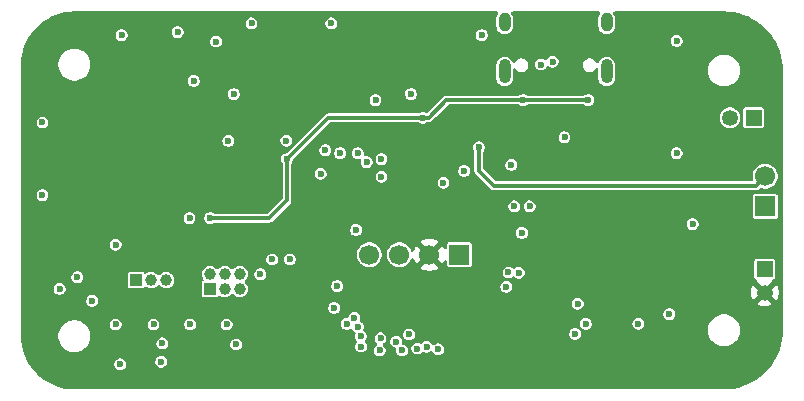
<source format=gbr>
%TF.GenerationSoftware,KiCad,Pcbnew,9.0.1*%
%TF.CreationDate,2025-11-02T10:59:12-06:00*%
%TF.ProjectId,OM-FlexGrid-Rigid-PCB,4f4d2d46-6c65-4784-9772-69642d526967,rev?*%
%TF.SameCoordinates,Original*%
%TF.FileFunction,Copper,L3,Inr*%
%TF.FilePolarity,Positive*%
%FSLAX46Y46*%
G04 Gerber Fmt 4.6, Leading zero omitted, Abs format (unit mm)*
G04 Created by KiCad (PCBNEW 9.0.1) date 2025-11-02 10:59:12*
%MOMM*%
%LPD*%
G01*
G04 APERTURE LIST*
%TA.AperFunction,ComponentPad*%
%ADD10R,1.000000X1.000000*%
%TD*%
%TA.AperFunction,ComponentPad*%
%ADD11C,1.000000*%
%TD*%
%TA.AperFunction,ComponentPad*%
%ADD12R,1.350000X1.350000*%
%TD*%
%TA.AperFunction,ComponentPad*%
%ADD13C,1.350000*%
%TD*%
%TA.AperFunction,ComponentPad*%
%ADD14R,1.700000X1.700000*%
%TD*%
%TA.AperFunction,ComponentPad*%
%ADD15C,1.700000*%
%TD*%
%TA.AperFunction,HeatsinkPad*%
%ADD16O,1.000000X2.100000*%
%TD*%
%TA.AperFunction,HeatsinkPad*%
%ADD17O,1.000000X1.600000*%
%TD*%
%TA.AperFunction,ViaPad*%
%ADD18C,0.600000*%
%TD*%
%TA.AperFunction,Conductor*%
%ADD19C,0.350000*%
%TD*%
G04 APERTURE END LIST*
D10*
%TO.N,GP41*%
%TO.C,J1*%
X168480000Y-122500000D03*
D11*
%TO.N,SPI_MOSI*%
X168480000Y-121230000D03*
%TO.N,SPI_SCK*%
X169750000Y-122500000D03*
%TO.N,SPI_MISO*%
X169750000Y-121230000D03*
%TO.N,CS*%
X171020000Y-122500000D03*
%TO.N,GP40*%
X171020000Y-121230000D03*
%TD*%
D12*
%TO.N,GND*%
%TO.C,J7*%
X215450000Y-120800000D03*
D13*
%TO.N,+3V3*%
X215450000Y-122800000D03*
%TD*%
D14*
%TO.N,GND*%
%TO.C,J2*%
X215500000Y-115500000D03*
D15*
%TO.N,VBAT*%
X215500000Y-112960000D03*
%TD*%
D14*
%TO.N,GND*%
%TO.C,SCRN1*%
X189600000Y-119600000D03*
D15*
%TO.N,+3V3*%
X187060000Y-119600000D03*
%TO.N,SCL*%
X184520000Y-119600000D03*
%TO.N,SDA*%
X181980000Y-119600000D03*
%TD*%
D16*
%TO.N,GND*%
%TO.C,J4*%
X202070000Y-104085000D03*
D17*
X202070000Y-99905000D03*
D16*
X193430000Y-104085000D03*
D17*
X193430000Y-99905000D03*
%TD*%
D10*
%TO.N,GND*%
%TO.C,J6*%
X162230000Y-121750000D03*
D11*
%TO.N,RX*%
X163500000Y-121750000D03*
%TO.N,TX*%
X164770000Y-121750000D03*
%TD*%
D12*
%TO.N,VBAT*%
%TO.C,J5*%
X214500000Y-108000000D03*
D13*
%TO.N,MotorGND*%
X212500000Y-108000000D03*
%TD*%
D18*
%TO.N,GND*%
X198500000Y-109650000D03*
X209350000Y-117000000D03*
X161000000Y-101000000D03*
X183000000Y-111500000D03*
X154300000Y-114550000D03*
X169900000Y-125500000D03*
X207375000Y-124625000D03*
X204750000Y-125450000D03*
X174950000Y-109950000D03*
X154300000Y-108400000D03*
X182500000Y-106500000D03*
X180850000Y-117499000D03*
X170500000Y-106000000D03*
X193575000Y-122325000D03*
X163700000Y-125500000D03*
X166800000Y-125500000D03*
X200299435Y-125449435D03*
X170040000Y-109960000D03*
X194000000Y-112000000D03*
X167112500Y-104887500D03*
X178750000Y-100000000D03*
X160500000Y-125500000D03*
X177850000Y-112750000D03*
X208000000Y-111000000D03*
%TO.N,EN*%
X208000000Y-101500000D03*
%TO.N,+3V3*%
X205175000Y-112325000D03*
X201324464Y-123774464D03*
X180750000Y-102250000D03*
X201850000Y-117050000D03*
X174500000Y-106000000D03*
%TO.N,VBUS*%
X168500000Y-116500000D03*
X186500000Y-108000000D03*
X175000000Y-111500000D03*
X200500000Y-106500000D03*
X195000000Y-106500000D03*
%TO.N,Net-(D2-K)*%
X190000000Y-112500000D03*
X185500000Y-106000000D03*
%TO.N,GP40*%
X157250000Y-121500000D03*
%TO.N,SCL*%
X175250000Y-120000000D03*
%TO.N,GP41*%
X155750000Y-122500000D03*
%TO.N,ROW_3*%
X160875000Y-128875000D03*
X166750000Y-116500000D03*
X158500000Y-123500000D03*
%TO.N,COL_11*%
X185339243Y-126350000D03*
%TO.N,COL_9*%
X184250000Y-126950000D03*
%TO.N,COL_0*%
X179250000Y-122250000D03*
%TO.N,COL_2*%
X180080832Y-125456592D03*
%TO.N,COL_4*%
X181000000Y-125700000D03*
%TO.N,COL_1*%
X179000000Y-124100000D03*
%TO.N,COL_13*%
X186820091Y-127403969D03*
%TO.N,ROW_1*%
X164450057Y-127100000D03*
%TO.N,COL_6*%
X181275000Y-127375000D03*
X199610700Y-123750329D03*
%TO.N,COL_10*%
X184750000Y-127700000D03*
%TO.N,COL_5*%
X181250000Y-126500000D03*
%TO.N,COL_8*%
X182850000Y-127700000D03*
%TO.N,ROW_2*%
X164350000Y-128650000D03*
%TO.N,ROW_0*%
X170700000Y-127200000D03*
%TO.N,COL_12*%
X186031654Y-127539509D03*
%TO.N,COL_7*%
X182925000Y-126675000D03*
X199400000Y-126300000D03*
%TO.N,COL_3*%
X180700000Y-124950000D03*
%TO.N,COL_14*%
X187800000Y-127602000D03*
%TO.N,D-*%
X196500000Y-103500000D03*
%TO.N,D+*%
X197500000Y-103250000D03*
%TO.N,SPI_SCK*%
X172750000Y-121250000D03*
%TO.N,ADC_BAT*%
X188250000Y-113500000D03*
%TO.N,Net-(MAX1-In)*%
X172000000Y-100000000D03*
X169000000Y-101550000D03*
%TO.N,VBAT*%
X191250000Y-110500000D03*
%TO.N,PWR_OFF*%
X165750000Y-100750000D03*
%TO.N,S3*%
X194250000Y-115500000D03*
X178250000Y-110750000D03*
%TO.N,GP16_E*%
X179500000Y-111000000D03*
X195550000Y-115500000D03*
%TO.N,S0*%
X193750000Y-121100000D03*
X183000000Y-113000000D03*
%TO.N,S2*%
X181000000Y-111000000D03*
X194900000Y-117750000D03*
%TO.N,S1*%
X194625000Y-121125000D03*
X181750000Y-111750000D03*
%TO.N,MENU*%
X160500000Y-118750000D03*
%TO.N,100*%
X191500000Y-101000000D03*
%TO.N,SELECT*%
X173750000Y-120000000D03*
%TD*%
D19*
%TO.N,VBUS*%
X195000000Y-106500000D02*
X188500000Y-106500000D01*
X200500000Y-106500000D02*
X195000000Y-106500000D01*
X173500000Y-116500000D02*
X168500000Y-116500000D01*
X178500000Y-108000000D02*
X175000000Y-111500000D01*
X175000000Y-111500000D02*
X175000000Y-115000000D01*
X175000000Y-115000000D02*
X173500000Y-116500000D01*
X186500000Y-108000000D02*
X178500000Y-108000000D01*
X188500000Y-106500000D02*
X187000000Y-108000000D01*
X187000000Y-108000000D02*
X186500000Y-108000000D01*
%TO.N,VBAT*%
X215500000Y-112960000D02*
X214710000Y-113750000D01*
X191250000Y-112500000D02*
X191250000Y-110500000D01*
X192500000Y-113750000D02*
X191250000Y-112500000D01*
X214710000Y-113750000D02*
X192500000Y-113750000D01*
%TD*%
%TA.AperFunction,Conductor*%
%TO.N,+3V3*%
G36*
X192826481Y-99020185D02*
G01*
X192872236Y-99072989D01*
X192882180Y-99142147D01*
X192862544Y-99193391D01*
X192809228Y-99273182D01*
X192809221Y-99273195D01*
X192756421Y-99400667D01*
X192756418Y-99400677D01*
X192729500Y-99536004D01*
X192729500Y-99536007D01*
X192729500Y-100273993D01*
X192729500Y-100273995D01*
X192729499Y-100273995D01*
X192756418Y-100409322D01*
X192756421Y-100409332D01*
X192809221Y-100536804D01*
X192809228Y-100536817D01*
X192885885Y-100651541D01*
X192885888Y-100651545D01*
X192983454Y-100749111D01*
X192983458Y-100749114D01*
X193098182Y-100825771D01*
X193098195Y-100825778D01*
X193225667Y-100878578D01*
X193225672Y-100878580D01*
X193225676Y-100878580D01*
X193225677Y-100878581D01*
X193361004Y-100905500D01*
X193361007Y-100905500D01*
X193498995Y-100905500D01*
X193590041Y-100887389D01*
X193634328Y-100878580D01*
X193761811Y-100825775D01*
X193876542Y-100749114D01*
X193974114Y-100651542D01*
X194050775Y-100536811D01*
X194103580Y-100409328D01*
X194120280Y-100325374D01*
X194130500Y-100273995D01*
X194130500Y-99536004D01*
X194103581Y-99400677D01*
X194103580Y-99400676D01*
X194103580Y-99400672D01*
X194061494Y-99299067D01*
X194050778Y-99273195D01*
X194050771Y-99273182D01*
X193997456Y-99193391D01*
X193976578Y-99126714D01*
X193995062Y-99059333D01*
X194047041Y-99012643D01*
X194100558Y-99000500D01*
X201399442Y-99000500D01*
X201466481Y-99020185D01*
X201512236Y-99072989D01*
X201522180Y-99142147D01*
X201502544Y-99193391D01*
X201449228Y-99273182D01*
X201449221Y-99273195D01*
X201396421Y-99400667D01*
X201396418Y-99400677D01*
X201369500Y-99536004D01*
X201369500Y-99536007D01*
X201369500Y-100273993D01*
X201369500Y-100273995D01*
X201369499Y-100273995D01*
X201396418Y-100409322D01*
X201396421Y-100409332D01*
X201449221Y-100536804D01*
X201449228Y-100536817D01*
X201525885Y-100651541D01*
X201525888Y-100651545D01*
X201623454Y-100749111D01*
X201623458Y-100749114D01*
X201738182Y-100825771D01*
X201738195Y-100825778D01*
X201865667Y-100878578D01*
X201865672Y-100878580D01*
X201865676Y-100878580D01*
X201865677Y-100878581D01*
X202001004Y-100905500D01*
X202001007Y-100905500D01*
X202138995Y-100905500D01*
X202230041Y-100887389D01*
X202274328Y-100878580D01*
X202401811Y-100825775D01*
X202516542Y-100749114D01*
X202614114Y-100651542D01*
X202690775Y-100536811D01*
X202743580Y-100409328D01*
X202760280Y-100325374D01*
X202770500Y-100273995D01*
X202770500Y-99536004D01*
X202743581Y-99400677D01*
X202743580Y-99400676D01*
X202743580Y-99400672D01*
X202701494Y-99299067D01*
X202690778Y-99273195D01*
X202690771Y-99273182D01*
X202637456Y-99193391D01*
X202616578Y-99126714D01*
X202635062Y-99059333D01*
X202687041Y-99012643D01*
X202740558Y-99000500D01*
X211934108Y-99000500D01*
X211997439Y-99000500D01*
X212002562Y-99000605D01*
X212407746Y-99017364D01*
X212417919Y-99018207D01*
X212817817Y-99068054D01*
X212827901Y-99069737D01*
X213222294Y-99152432D01*
X213232208Y-99154942D01*
X213618436Y-99269928D01*
X213628104Y-99273247D01*
X213954678Y-99400677D01*
X214003502Y-99419728D01*
X214012883Y-99423843D01*
X214252404Y-99540938D01*
X214374880Y-99600813D01*
X214383894Y-99605690D01*
X214730070Y-99811966D01*
X214738638Y-99817564D01*
X215066593Y-100051719D01*
X215074668Y-100058005D01*
X215083979Y-100065891D01*
X215382155Y-100318433D01*
X215389695Y-100325374D01*
X215674625Y-100610304D01*
X215681566Y-100617844D01*
X215781671Y-100736038D01*
X215841614Y-100806813D01*
X215941989Y-100925325D01*
X215948282Y-100933410D01*
X216055522Y-101083608D01*
X216182431Y-101261355D01*
X216188037Y-101269935D01*
X216394309Y-101616105D01*
X216399186Y-101625119D01*
X216576154Y-101987112D01*
X216580271Y-101996497D01*
X216726747Y-102371883D01*
X216730075Y-102381576D01*
X216845053Y-102767778D01*
X216847569Y-102777714D01*
X216930260Y-103172089D01*
X216931947Y-103182197D01*
X216981790Y-103582059D01*
X216982636Y-103592273D01*
X216999394Y-103997437D01*
X216999500Y-104002561D01*
X216999500Y-125997438D01*
X216999394Y-126002562D01*
X216982636Y-126407726D01*
X216981790Y-126417940D01*
X216931947Y-126817802D01*
X216930260Y-126827910D01*
X216847569Y-127222285D01*
X216845053Y-127232221D01*
X216730075Y-127618423D01*
X216726747Y-127628116D01*
X216580271Y-128003502D01*
X216576154Y-128012887D01*
X216399186Y-128374880D01*
X216394309Y-128383894D01*
X216188037Y-128730064D01*
X216182431Y-128738644D01*
X215948284Y-129066587D01*
X215941989Y-129074674D01*
X215681566Y-129382155D01*
X215674625Y-129389695D01*
X215389695Y-129674625D01*
X215382155Y-129681566D01*
X215074674Y-129941989D01*
X215066587Y-129948284D01*
X214738644Y-130182431D01*
X214730064Y-130188037D01*
X214383894Y-130394309D01*
X214374880Y-130399186D01*
X214012887Y-130576154D01*
X214003502Y-130580271D01*
X213628116Y-130726747D01*
X213618423Y-130730075D01*
X213232221Y-130845053D01*
X213222285Y-130847569D01*
X212827910Y-130930260D01*
X212817802Y-130931947D01*
X212417940Y-130981790D01*
X212407726Y-130982636D01*
X212002563Y-130999394D01*
X211997439Y-130999500D01*
X157002706Y-130999500D01*
X156997297Y-130999382D01*
X156613249Y-130982614D01*
X156602473Y-130981671D01*
X156224042Y-130931849D01*
X156213389Y-130929971D01*
X155840727Y-130847354D01*
X155830278Y-130844554D01*
X155466244Y-130729775D01*
X155456078Y-130726075D01*
X155103427Y-130580002D01*
X155093623Y-130575430D01*
X154755057Y-130399183D01*
X154745689Y-130393775D01*
X154423755Y-130188681D01*
X154414894Y-130182476D01*
X154112069Y-129950110D01*
X154103782Y-129943156D01*
X153822364Y-129685284D01*
X153814715Y-129677635D01*
X153556843Y-129396217D01*
X153549889Y-129387930D01*
X153317523Y-129085105D01*
X153311318Y-129076244D01*
X153306185Y-129068187D01*
X153141134Y-128809108D01*
X160374500Y-128809108D01*
X160374500Y-128940891D01*
X160408608Y-129068187D01*
X160418376Y-129085105D01*
X160474500Y-129182314D01*
X160567686Y-129275500D01*
X160681814Y-129341392D01*
X160809108Y-129375500D01*
X160809110Y-129375500D01*
X160940890Y-129375500D01*
X160940892Y-129375500D01*
X161068186Y-129341392D01*
X161182314Y-129275500D01*
X161275500Y-129182314D01*
X161341392Y-129068186D01*
X161375500Y-128940892D01*
X161375500Y-128809108D01*
X161341392Y-128681814D01*
X161284981Y-128584108D01*
X163849500Y-128584108D01*
X163849500Y-128715892D01*
X163854477Y-128734467D01*
X163883608Y-128843187D01*
X163897707Y-128867606D01*
X163949500Y-128957314D01*
X164042686Y-129050500D01*
X164156814Y-129116392D01*
X164284108Y-129150500D01*
X164284110Y-129150500D01*
X164415890Y-129150500D01*
X164415892Y-129150500D01*
X164543186Y-129116392D01*
X164657314Y-129050500D01*
X164750500Y-128957314D01*
X164816392Y-128843186D01*
X164850500Y-128715892D01*
X164850500Y-128584108D01*
X164816392Y-128456814D01*
X164750500Y-128342686D01*
X164657314Y-128249500D01*
X164572442Y-128200499D01*
X164543187Y-128183608D01*
X164478931Y-128166391D01*
X164415892Y-128149500D01*
X164284108Y-128149500D01*
X164156812Y-128183608D01*
X164042686Y-128249500D01*
X164042683Y-128249502D01*
X163949502Y-128342683D01*
X163949500Y-128342686D01*
X163883608Y-128456812D01*
X163871719Y-128501185D01*
X163849500Y-128584108D01*
X161284981Y-128584108D01*
X161275500Y-128567686D01*
X161182314Y-128474500D01*
X161125250Y-128441554D01*
X161068187Y-128408608D01*
X160975951Y-128383894D01*
X160940892Y-128374500D01*
X160809108Y-128374500D01*
X160681812Y-128408608D01*
X160567686Y-128474500D01*
X160567683Y-128474502D01*
X160474502Y-128567683D01*
X160474500Y-128567686D01*
X160408608Y-128681812D01*
X160374500Y-128809108D01*
X153141134Y-128809108D01*
X153106223Y-128754309D01*
X153100816Y-128744942D01*
X152924566Y-128406369D01*
X152919997Y-128396572D01*
X152911012Y-128374880D01*
X152773920Y-128043911D01*
X152770224Y-128033755D01*
X152655442Y-127669710D01*
X152652648Y-127659284D01*
X152570025Y-127286597D01*
X152568152Y-127275971D01*
X152518326Y-126897506D01*
X152517386Y-126886771D01*
X152500618Y-126502702D01*
X152500500Y-126497293D01*
X152500500Y-126393713D01*
X155649500Y-126393713D01*
X155649500Y-126606286D01*
X155682753Y-126816239D01*
X155682753Y-126816241D01*
X155682754Y-126816243D01*
X155747624Y-127015892D01*
X155748444Y-127018414D01*
X155844951Y-127207820D01*
X155969890Y-127379786D01*
X156120213Y-127530109D01*
X156292179Y-127655048D01*
X156292181Y-127655049D01*
X156292184Y-127655051D01*
X156481588Y-127751557D01*
X156683757Y-127817246D01*
X156893713Y-127850500D01*
X156893714Y-127850500D01*
X157106286Y-127850500D01*
X157106287Y-127850500D01*
X157316243Y-127817246D01*
X157518412Y-127751557D01*
X157707816Y-127655051D01*
X157751470Y-127623335D01*
X157879786Y-127530109D01*
X157879788Y-127530106D01*
X157879792Y-127530104D01*
X158030104Y-127379792D01*
X158030106Y-127379788D01*
X158030109Y-127379786D01*
X158155048Y-127207820D01*
X158155047Y-127207820D01*
X158155051Y-127207816D01*
X158243560Y-127034108D01*
X163949557Y-127034108D01*
X163949557Y-127165892D01*
X163960835Y-127207983D01*
X163983665Y-127293187D01*
X163997556Y-127317246D01*
X164049557Y-127407314D01*
X164142743Y-127500500D01*
X164256871Y-127566392D01*
X164384165Y-127600500D01*
X164384167Y-127600500D01*
X164515947Y-127600500D01*
X164515949Y-127600500D01*
X164643243Y-127566392D01*
X164757371Y-127500500D01*
X164850557Y-127407314D01*
X164916449Y-127293186D01*
X164950557Y-127165892D01*
X164950557Y-127134108D01*
X170199500Y-127134108D01*
X170199500Y-127265892D01*
X170208505Y-127299500D01*
X170233608Y-127393187D01*
X170261151Y-127440892D01*
X170299500Y-127507314D01*
X170392686Y-127600500D01*
X170506814Y-127666392D01*
X170634108Y-127700500D01*
X170634110Y-127700500D01*
X170765890Y-127700500D01*
X170765892Y-127700500D01*
X170893186Y-127666392D01*
X171007314Y-127600500D01*
X171100500Y-127507314D01*
X171166392Y-127393186D01*
X171200500Y-127265892D01*
X171200500Y-127134108D01*
X171166392Y-127006814D01*
X171100500Y-126892686D01*
X171007314Y-126799500D01*
X170933380Y-126756814D01*
X170893187Y-126733608D01*
X170829539Y-126716554D01*
X170765892Y-126699500D01*
X170634108Y-126699500D01*
X170506812Y-126733608D01*
X170392686Y-126799500D01*
X170392683Y-126799502D01*
X170299502Y-126892683D01*
X170299500Y-126892686D01*
X170233608Y-127006812D01*
X170204824Y-127114237D01*
X170199500Y-127134108D01*
X164950557Y-127134108D01*
X164950557Y-127034108D01*
X164916449Y-126906814D01*
X164850557Y-126792686D01*
X164757371Y-126699500D01*
X164687485Y-126659151D01*
X164643244Y-126633608D01*
X164551814Y-126609110D01*
X164515949Y-126599500D01*
X164384165Y-126599500D01*
X164256869Y-126633608D01*
X164142743Y-126699500D01*
X164142740Y-126699502D01*
X164049559Y-126792683D01*
X164049557Y-126792686D01*
X163983665Y-126906812D01*
X163957766Y-127003471D01*
X163949557Y-127034108D01*
X158243560Y-127034108D01*
X158251557Y-127018412D01*
X158317246Y-126816243D01*
X158350500Y-126606287D01*
X158350500Y-126393713D01*
X158317246Y-126183757D01*
X158251557Y-125981588D01*
X158155051Y-125792184D01*
X158155049Y-125792181D01*
X158155048Y-125792179D01*
X158030109Y-125620213D01*
X157879786Y-125469890D01*
X157830536Y-125434108D01*
X159999500Y-125434108D01*
X159999500Y-125565891D01*
X160033608Y-125693187D01*
X160052149Y-125725300D01*
X160099500Y-125807314D01*
X160192686Y-125900500D01*
X160306814Y-125966392D01*
X160434108Y-126000500D01*
X160434110Y-126000500D01*
X160565890Y-126000500D01*
X160565892Y-126000500D01*
X160693186Y-125966392D01*
X160807314Y-125900500D01*
X160900500Y-125807314D01*
X160966392Y-125693186D01*
X161000500Y-125565892D01*
X161000500Y-125434108D01*
X163199500Y-125434108D01*
X163199500Y-125565891D01*
X163233608Y-125693187D01*
X163252149Y-125725300D01*
X163299500Y-125807314D01*
X163392686Y-125900500D01*
X163506814Y-125966392D01*
X163634108Y-126000500D01*
X163634110Y-126000500D01*
X163765890Y-126000500D01*
X163765892Y-126000500D01*
X163893186Y-125966392D01*
X164007314Y-125900500D01*
X164100500Y-125807314D01*
X164166392Y-125693186D01*
X164200500Y-125565892D01*
X164200500Y-125434108D01*
X166299500Y-125434108D01*
X166299500Y-125565891D01*
X166333608Y-125693187D01*
X166352149Y-125725300D01*
X166399500Y-125807314D01*
X166492686Y-125900500D01*
X166606814Y-125966392D01*
X166734108Y-126000500D01*
X166734110Y-126000500D01*
X166865890Y-126000500D01*
X166865892Y-126000500D01*
X166993186Y-125966392D01*
X167107314Y-125900500D01*
X167200500Y-125807314D01*
X167266392Y-125693186D01*
X167300500Y-125565892D01*
X167300500Y-125434108D01*
X169399500Y-125434108D01*
X169399500Y-125565891D01*
X169433608Y-125693187D01*
X169452149Y-125725300D01*
X169499500Y-125807314D01*
X169592686Y-125900500D01*
X169706814Y-125966392D01*
X169834108Y-126000500D01*
X169834110Y-126000500D01*
X169965890Y-126000500D01*
X169965892Y-126000500D01*
X170093186Y-125966392D01*
X170207314Y-125900500D01*
X170300500Y-125807314D01*
X170366392Y-125693186D01*
X170400500Y-125565892D01*
X170400500Y-125434108D01*
X170388869Y-125390700D01*
X179580332Y-125390700D01*
X179580332Y-125522484D01*
X179591963Y-125565891D01*
X179614440Y-125649779D01*
X179639502Y-125693186D01*
X179680332Y-125763906D01*
X179773518Y-125857092D01*
X179887646Y-125922984D01*
X180014940Y-125957092D01*
X180014942Y-125957092D01*
X180146722Y-125957092D01*
X180146724Y-125957092D01*
X180274018Y-125922984D01*
X180374227Y-125865127D01*
X180442123Y-125848655D01*
X180508151Y-125871507D01*
X180543612Y-125910514D01*
X180599500Y-126007314D01*
X180692686Y-126100500D01*
X180742521Y-126129272D01*
X180742827Y-126129449D01*
X180791042Y-126180017D01*
X180804264Y-126248624D01*
X180788215Y-126298833D01*
X180783609Y-126306810D01*
X180783609Y-126306811D01*
X180783609Y-126306812D01*
X180783608Y-126306814D01*
X180749500Y-126434108D01*
X180749500Y-126565892D01*
X180761080Y-126609108D01*
X180783608Y-126693187D01*
X180811151Y-126740892D01*
X180849500Y-126807314D01*
X180849502Y-126807316D01*
X180904504Y-126862318D01*
X180937989Y-126923641D01*
X180933005Y-126993333D01*
X180904507Y-127037678D01*
X180874500Y-127067686D01*
X180808608Y-127181812D01*
X180784749Y-127270856D01*
X180774500Y-127309108D01*
X180774500Y-127440892D01*
X180790472Y-127500500D01*
X180808608Y-127568187D01*
X180830094Y-127605401D01*
X180874500Y-127682314D01*
X180967686Y-127775500D01*
X181081814Y-127841392D01*
X181209108Y-127875500D01*
X181209110Y-127875500D01*
X181340890Y-127875500D01*
X181340892Y-127875500D01*
X181468186Y-127841392D01*
X181582314Y-127775500D01*
X181675500Y-127682314D01*
X181703332Y-127634108D01*
X182349500Y-127634108D01*
X182349500Y-127765892D01*
X182358098Y-127797981D01*
X182383608Y-127893187D01*
X182410640Y-127940006D01*
X182449500Y-128007314D01*
X182542686Y-128100500D01*
X182656814Y-128166392D01*
X182784108Y-128200500D01*
X182784110Y-128200500D01*
X182915890Y-128200500D01*
X182915892Y-128200500D01*
X183043186Y-128166392D01*
X183157314Y-128100500D01*
X183250500Y-128007314D01*
X183316392Y-127893186D01*
X183350500Y-127765892D01*
X183350500Y-127634108D01*
X183316392Y-127506814D01*
X183250500Y-127392686D01*
X183157314Y-127299500D01*
X183157024Y-127299210D01*
X183123539Y-127237887D01*
X183128523Y-127168195D01*
X183170395Y-127112262D01*
X183182705Y-127104142D01*
X183188023Y-127101070D01*
X183232314Y-127075500D01*
X183325500Y-126982314D01*
X183382199Y-126884108D01*
X183749500Y-126884108D01*
X183749500Y-127015892D01*
X183763377Y-127067683D01*
X183783608Y-127143187D01*
X183805413Y-127180953D01*
X183849500Y-127257314D01*
X183942686Y-127350500D01*
X184056814Y-127416392D01*
X184171247Y-127447054D01*
X184230907Y-127483418D01*
X184261436Y-127546264D01*
X184258928Y-127598920D01*
X184249500Y-127634106D01*
X184249500Y-127634108D01*
X184249500Y-127765892D01*
X184258098Y-127797981D01*
X184283608Y-127893187D01*
X184310640Y-127940006D01*
X184349500Y-128007314D01*
X184442686Y-128100500D01*
X184556814Y-128166392D01*
X184684108Y-128200500D01*
X184684110Y-128200500D01*
X184815890Y-128200500D01*
X184815892Y-128200500D01*
X184943186Y-128166392D01*
X185057314Y-128100500D01*
X185150500Y-128007314D01*
X185216392Y-127893186D01*
X185250500Y-127765892D01*
X185250500Y-127634108D01*
X185216392Y-127506814D01*
X185197226Y-127473617D01*
X185531154Y-127473617D01*
X185531154Y-127605401D01*
X185544457Y-127655048D01*
X185565262Y-127732696D01*
X185595237Y-127784613D01*
X185631154Y-127846823D01*
X185724340Y-127940009D01*
X185823175Y-127997072D01*
X185832575Y-128002499D01*
X185838468Y-128005901D01*
X185965762Y-128040009D01*
X185965764Y-128040009D01*
X186097544Y-128040009D01*
X186097546Y-128040009D01*
X186224840Y-128005901D01*
X186338968Y-127940009D01*
X186421238Y-127857738D01*
X186482557Y-127824256D01*
X186552249Y-127829240D01*
X186570910Y-127838032D01*
X186586140Y-127846825D01*
X186626902Y-127870360D01*
X186626904Y-127870360D01*
X186626905Y-127870361D01*
X186754199Y-127904469D01*
X186754201Y-127904469D01*
X186885981Y-127904469D01*
X186885983Y-127904469D01*
X187013277Y-127870361D01*
X187127405Y-127804469D01*
X187147263Y-127784610D01*
X187208582Y-127751127D01*
X187278273Y-127756110D01*
X187334208Y-127797981D01*
X187342329Y-127810292D01*
X187360285Y-127841392D01*
X187399500Y-127909314D01*
X187492686Y-128002500D01*
X187606814Y-128068392D01*
X187734108Y-128102500D01*
X187734110Y-128102500D01*
X187865890Y-128102500D01*
X187865892Y-128102500D01*
X187993186Y-128068392D01*
X188107314Y-128002500D01*
X188200500Y-127909314D01*
X188266392Y-127795186D01*
X188300500Y-127667892D01*
X188300500Y-127536108D01*
X188266392Y-127408814D01*
X188265525Y-127407313D01*
X188249636Y-127379792D01*
X188200500Y-127294686D01*
X188107314Y-127201500D01*
X188045636Y-127165890D01*
X187993187Y-127135608D01*
X187929539Y-127118554D01*
X187865892Y-127101500D01*
X187734108Y-127101500D01*
X187606812Y-127135608D01*
X187492686Y-127201500D01*
X187472828Y-127221358D01*
X187411504Y-127254842D01*
X187341812Y-127249856D01*
X187285879Y-127207983D01*
X187277761Y-127195676D01*
X187269758Y-127181814D01*
X187220591Y-127096655D01*
X187127405Y-127003469D01*
X187070341Y-126970523D01*
X187013278Y-126937577D01*
X186949630Y-126920523D01*
X186885983Y-126903469D01*
X186754199Y-126903469D01*
X186626903Y-126937577D01*
X186512777Y-127003469D01*
X186430509Y-127085737D01*
X186369185Y-127119221D01*
X186299494Y-127114237D01*
X186280827Y-127105441D01*
X186224845Y-127073119D01*
X186224842Y-127073118D01*
X186224841Y-127073117D01*
X186224840Y-127073117D01*
X186097546Y-127039009D01*
X185965762Y-127039009D01*
X185838466Y-127073117D01*
X185724340Y-127139009D01*
X185724337Y-127139011D01*
X185631156Y-127232192D01*
X185631154Y-127232195D01*
X185565262Y-127346321D01*
X185538272Y-127447053D01*
X185531154Y-127473617D01*
X185197226Y-127473617D01*
X185150500Y-127392686D01*
X185057314Y-127299500D01*
X184943186Y-127233608D01*
X184828751Y-127202945D01*
X184769092Y-127166581D01*
X184738563Y-127103734D01*
X184741071Y-127051078D01*
X184750500Y-127015892D01*
X184750500Y-126884108D01*
X184716392Y-126756814D01*
X184650500Y-126642686D01*
X184557314Y-126549500D01*
X184471578Y-126500000D01*
X184443187Y-126483608D01*
X184379539Y-126466554D01*
X184315892Y-126449500D01*
X184184108Y-126449500D01*
X184056812Y-126483608D01*
X183942686Y-126549500D01*
X183942683Y-126549502D01*
X183849502Y-126642683D01*
X183849500Y-126642686D01*
X183783608Y-126756812D01*
X183753766Y-126868186D01*
X183749500Y-126884108D01*
X183382199Y-126884108D01*
X183391392Y-126868186D01*
X183425500Y-126740892D01*
X183425500Y-126609108D01*
X183391392Y-126481814D01*
X183325500Y-126367686D01*
X183241922Y-126284108D01*
X184838743Y-126284108D01*
X184838743Y-126415892D01*
X184847748Y-126449500D01*
X184867999Y-126525080D01*
X184868000Y-126525082D01*
X184872851Y-126543186D01*
X184938743Y-126657314D01*
X185031929Y-126750500D01*
X185130332Y-126807313D01*
X185145793Y-126816240D01*
X185146057Y-126816392D01*
X185273351Y-126850500D01*
X185273353Y-126850500D01*
X185405133Y-126850500D01*
X185405135Y-126850500D01*
X185532429Y-126816392D01*
X185646557Y-126750500D01*
X185739743Y-126657314D01*
X185805635Y-126543186D01*
X185839743Y-126415892D01*
X185839743Y-126284108D01*
X185826346Y-126234108D01*
X198899500Y-126234108D01*
X198899500Y-126365891D01*
X198933608Y-126493187D01*
X198935979Y-126497293D01*
X198999500Y-126607314D01*
X199092686Y-126700500D01*
X199206814Y-126766392D01*
X199334108Y-126800500D01*
X199334110Y-126800500D01*
X199465890Y-126800500D01*
X199465892Y-126800500D01*
X199593186Y-126766392D01*
X199707314Y-126700500D01*
X199800500Y-126607314D01*
X199866392Y-126493186D01*
X199900500Y-126365892D01*
X199900500Y-126234108D01*
X199866392Y-126106814D01*
X199800500Y-125992686D01*
X199707314Y-125899500D01*
X199644178Y-125863048D01*
X199593187Y-125833608D01*
X199529539Y-125816554D01*
X199465892Y-125799500D01*
X199334108Y-125799500D01*
X199206812Y-125833608D01*
X199092686Y-125899500D01*
X199092683Y-125899502D01*
X198999502Y-125992683D01*
X198999500Y-125992686D01*
X198933608Y-126106812D01*
X198899500Y-126234108D01*
X185826346Y-126234108D01*
X185805635Y-126156814D01*
X185739743Y-126042686D01*
X185646557Y-125949500D01*
X185588232Y-125915826D01*
X185532430Y-125883608D01*
X185463464Y-125865129D01*
X185405135Y-125849500D01*
X185273351Y-125849500D01*
X185146055Y-125883608D01*
X185031929Y-125949500D01*
X185031926Y-125949502D01*
X184938745Y-126042683D01*
X184938743Y-126042686D01*
X184872851Y-126156812D01*
X184848251Y-126248624D01*
X184838743Y-126284108D01*
X183241922Y-126284108D01*
X183232314Y-126274500D01*
X183162353Y-126234108D01*
X183118187Y-126208608D01*
X183025451Y-126183760D01*
X182990892Y-126174500D01*
X182859108Y-126174500D01*
X182731812Y-126208608D01*
X182617686Y-126274500D01*
X182617683Y-126274502D01*
X182524502Y-126367683D01*
X182524500Y-126367686D01*
X182458608Y-126481812D01*
X182427074Y-126599500D01*
X182424500Y-126609108D01*
X182424500Y-126740892D01*
X182440472Y-126800500D01*
X182458608Y-126868187D01*
X182480909Y-126906812D01*
X182524500Y-126982314D01*
X182524502Y-126982316D01*
X182617975Y-127075789D01*
X182651460Y-127137112D01*
X182646476Y-127206804D01*
X182604604Y-127262737D01*
X182592297Y-127270856D01*
X182542686Y-127299500D01*
X182542683Y-127299502D01*
X182449502Y-127392683D01*
X182449500Y-127392686D01*
X182383608Y-127506812D01*
X182358506Y-127600497D01*
X182349500Y-127634108D01*
X181703332Y-127634108D01*
X181741392Y-127568186D01*
X181775500Y-127440892D01*
X181775500Y-127309108D01*
X181741392Y-127181814D01*
X181675500Y-127067686D01*
X181620495Y-127012681D01*
X181587010Y-126951358D01*
X181591994Y-126881666D01*
X181620495Y-126837319D01*
X181634923Y-126822891D01*
X181650500Y-126807314D01*
X181716392Y-126693186D01*
X181750500Y-126565892D01*
X181750500Y-126434108D01*
X181716392Y-126306814D01*
X181650500Y-126192686D01*
X181557314Y-126099500D01*
X181507173Y-126070551D01*
X181458957Y-126019984D01*
X181445734Y-125951377D01*
X181461786Y-125901163D01*
X181466392Y-125893186D01*
X181500500Y-125765892D01*
X181500500Y-125634108D01*
X181466392Y-125506814D01*
X181400500Y-125392686D01*
X181391357Y-125383543D01*
X199798935Y-125383543D01*
X199798935Y-125515327D01*
X199812484Y-125565892D01*
X199833043Y-125642622D01*
X199862237Y-125693186D01*
X199898935Y-125756749D01*
X199992121Y-125849935D01*
X200067032Y-125893185D01*
X200097046Y-125910514D01*
X200106249Y-125915827D01*
X200233543Y-125949935D01*
X200233545Y-125949935D01*
X200365325Y-125949935D01*
X200365327Y-125949935D01*
X200492621Y-125915827D01*
X200606749Y-125849935D01*
X200699935Y-125756749D01*
X200765827Y-125642621D01*
X200799935Y-125515327D01*
X200799935Y-125384108D01*
X204249500Y-125384108D01*
X204249500Y-125515892D01*
X204262897Y-125565890D01*
X204283608Y-125643187D01*
X204287414Y-125649779D01*
X204349500Y-125757314D01*
X204442686Y-125850500D01*
X204530433Y-125901161D01*
X204555833Y-125915826D01*
X204556814Y-125916392D01*
X204684108Y-125950500D01*
X204684110Y-125950500D01*
X204815890Y-125950500D01*
X204815892Y-125950500D01*
X204943186Y-125916392D01*
X204982467Y-125893713D01*
X210649500Y-125893713D01*
X210649500Y-126106287D01*
X210653169Y-126129449D01*
X210681260Y-126306814D01*
X210682754Y-126316243D01*
X210743338Y-126502702D01*
X210748444Y-126518414D01*
X210844951Y-126707820D01*
X210969890Y-126879786D01*
X211120213Y-127030109D01*
X211292179Y-127155048D01*
X211292181Y-127155049D01*
X211292184Y-127155051D01*
X211481588Y-127251557D01*
X211683757Y-127317246D01*
X211893713Y-127350500D01*
X211893714Y-127350500D01*
X212106286Y-127350500D01*
X212106287Y-127350500D01*
X212316243Y-127317246D01*
X212518412Y-127251557D01*
X212707816Y-127155051D01*
X212763992Y-127114237D01*
X212879786Y-127030109D01*
X212879788Y-127030106D01*
X212879792Y-127030104D01*
X213030104Y-126879792D01*
X213030106Y-126879788D01*
X213030109Y-126879786D01*
X213155048Y-126707820D01*
X213155047Y-126707820D01*
X213155051Y-126707816D01*
X213251557Y-126518412D01*
X213317246Y-126316243D01*
X213350500Y-126106287D01*
X213350500Y-125893713D01*
X213317246Y-125683757D01*
X213251557Y-125481588D01*
X213155051Y-125292184D01*
X213155049Y-125292181D01*
X213155048Y-125292179D01*
X213030109Y-125120213D01*
X212879786Y-124969890D01*
X212707820Y-124844951D01*
X212518414Y-124748444D01*
X212518413Y-124748443D01*
X212518412Y-124748443D01*
X212316243Y-124682754D01*
X212316241Y-124682753D01*
X212316240Y-124682753D01*
X212154957Y-124657208D01*
X212106287Y-124649500D01*
X211893713Y-124649500D01*
X211845042Y-124657208D01*
X211683760Y-124682753D01*
X211481585Y-124748444D01*
X211292179Y-124844951D01*
X211120213Y-124969890D01*
X210969890Y-125120213D01*
X210844951Y-125292179D01*
X210748444Y-125481585D01*
X210682753Y-125683760D01*
X210656503Y-125849500D01*
X210649500Y-125893713D01*
X204982467Y-125893713D01*
X205057314Y-125850500D01*
X205150500Y-125757314D01*
X205216392Y-125643186D01*
X205250500Y-125515892D01*
X205250500Y-125384108D01*
X205216392Y-125256814D01*
X205150500Y-125142686D01*
X205057314Y-125049500D01*
X204954604Y-124990200D01*
X204943187Y-124983608D01*
X204879539Y-124966554D01*
X204815892Y-124949500D01*
X204684108Y-124949500D01*
X204556812Y-124983608D01*
X204442686Y-125049500D01*
X204442683Y-125049502D01*
X204349502Y-125142683D01*
X204349500Y-125142686D01*
X204283608Y-125256812D01*
X204259992Y-125344951D01*
X204249500Y-125384108D01*
X200799935Y-125384108D01*
X200799935Y-125383543D01*
X200765827Y-125256249D01*
X200699935Y-125142121D01*
X200606749Y-125048935D01*
X200549512Y-125015889D01*
X200492622Y-124983043D01*
X200428974Y-124965989D01*
X200365327Y-124948935D01*
X200233543Y-124948935D01*
X200106247Y-124983043D01*
X199992121Y-125048935D01*
X199992118Y-125048937D01*
X199898937Y-125142118D01*
X199898935Y-125142121D01*
X199833043Y-125256247D01*
X199798935Y-125383543D01*
X181391357Y-125383543D01*
X181307314Y-125299500D01*
X181307312Y-125299499D01*
X181307310Y-125299497D01*
X181231399Y-125255670D01*
X181183183Y-125205103D01*
X181169961Y-125136496D01*
X181173620Y-125116209D01*
X181200500Y-125015892D01*
X181200500Y-124884108D01*
X181166392Y-124756814D01*
X181100500Y-124642686D01*
X181016922Y-124559108D01*
X206874500Y-124559108D01*
X206874500Y-124690891D01*
X206908608Y-124818187D01*
X206941554Y-124875250D01*
X206974500Y-124932314D01*
X207067686Y-125025500D01*
X207181814Y-125091392D01*
X207309108Y-125125500D01*
X207309110Y-125125500D01*
X207440890Y-125125500D01*
X207440892Y-125125500D01*
X207568186Y-125091392D01*
X207682314Y-125025500D01*
X207775500Y-124932314D01*
X207841392Y-124818186D01*
X207875500Y-124690892D01*
X207875500Y-124559108D01*
X207841392Y-124431814D01*
X207775500Y-124317686D01*
X207682314Y-124224500D01*
X207625250Y-124191554D01*
X207568187Y-124158608D01*
X207504539Y-124141554D01*
X207440892Y-124124500D01*
X207309108Y-124124500D01*
X207181812Y-124158608D01*
X207067686Y-124224500D01*
X207067683Y-124224502D01*
X206974502Y-124317683D01*
X206974500Y-124317686D01*
X206908608Y-124431812D01*
X206874500Y-124559108D01*
X181016922Y-124559108D01*
X181007314Y-124549500D01*
X180922439Y-124500497D01*
X180893187Y-124483608D01*
X180829539Y-124466554D01*
X180765892Y-124449500D01*
X180634108Y-124449500D01*
X180506812Y-124483608D01*
X180392686Y-124549500D01*
X180392683Y-124549502D01*
X180299502Y-124642683D01*
X180299500Y-124642686D01*
X180233608Y-124756812D01*
X180221123Y-124803406D01*
X180204837Y-124864187D01*
X180168474Y-124923846D01*
X180105628Y-124954375D01*
X180085064Y-124956092D01*
X180014940Y-124956092D01*
X179887644Y-124990200D01*
X179773518Y-125056092D01*
X179773515Y-125056094D01*
X179680334Y-125149275D01*
X179680332Y-125149278D01*
X179614440Y-125263404D01*
X179602809Y-125306814D01*
X179580332Y-125390700D01*
X170388869Y-125390700D01*
X170366392Y-125306814D01*
X170300500Y-125192686D01*
X170207314Y-125099500D01*
X170132133Y-125056094D01*
X170093187Y-125033608D01*
X170027057Y-125015889D01*
X169965892Y-124999500D01*
X169834108Y-124999500D01*
X169706812Y-125033608D01*
X169592686Y-125099500D01*
X169592683Y-125099502D01*
X169499502Y-125192683D01*
X169499500Y-125192686D01*
X169433608Y-125306812D01*
X169399500Y-125434108D01*
X167300500Y-125434108D01*
X167266392Y-125306814D01*
X167200500Y-125192686D01*
X167107314Y-125099500D01*
X167032133Y-125056094D01*
X166993187Y-125033608D01*
X166927057Y-125015889D01*
X166865892Y-124999500D01*
X166734108Y-124999500D01*
X166606812Y-125033608D01*
X166492686Y-125099500D01*
X166492683Y-125099502D01*
X166399502Y-125192683D01*
X166399500Y-125192686D01*
X166333608Y-125306812D01*
X166299500Y-125434108D01*
X164200500Y-125434108D01*
X164166392Y-125306814D01*
X164100500Y-125192686D01*
X164007314Y-125099500D01*
X163932133Y-125056094D01*
X163893187Y-125033608D01*
X163827057Y-125015889D01*
X163765892Y-124999500D01*
X163634108Y-124999500D01*
X163506812Y-125033608D01*
X163392686Y-125099500D01*
X163392683Y-125099502D01*
X163299502Y-125192683D01*
X163299500Y-125192686D01*
X163233608Y-125306812D01*
X163199500Y-125434108D01*
X161000500Y-125434108D01*
X160966392Y-125306814D01*
X160900500Y-125192686D01*
X160807314Y-125099500D01*
X160732133Y-125056094D01*
X160693187Y-125033608D01*
X160627057Y-125015889D01*
X160565892Y-124999500D01*
X160434108Y-124999500D01*
X160306812Y-125033608D01*
X160192686Y-125099500D01*
X160192683Y-125099502D01*
X160099502Y-125192683D01*
X160099500Y-125192686D01*
X160033608Y-125306812D01*
X159999500Y-125434108D01*
X157830536Y-125434108D01*
X157707820Y-125344951D01*
X157518414Y-125248444D01*
X157518413Y-125248443D01*
X157518412Y-125248443D01*
X157316243Y-125182754D01*
X157316241Y-125182753D01*
X157316240Y-125182753D01*
X157154957Y-125157208D01*
X157106287Y-125149500D01*
X156893713Y-125149500D01*
X156845042Y-125157208D01*
X156683760Y-125182753D01*
X156481585Y-125248444D01*
X156292179Y-125344951D01*
X156120213Y-125469890D01*
X155969890Y-125620213D01*
X155844951Y-125792179D01*
X155748444Y-125981585D01*
X155682753Y-126183760D01*
X155649500Y-126393713D01*
X152500500Y-126393713D01*
X152500500Y-124034108D01*
X178499500Y-124034108D01*
X178499500Y-124165892D01*
X178515204Y-124224500D01*
X178533608Y-124293187D01*
X178547751Y-124317683D01*
X178599500Y-124407314D01*
X178692686Y-124500500D01*
X178806814Y-124566392D01*
X178934108Y-124600500D01*
X178934110Y-124600500D01*
X179065890Y-124600500D01*
X179065892Y-124600500D01*
X179193186Y-124566392D01*
X179307314Y-124500500D01*
X179400500Y-124407314D01*
X179466392Y-124293186D01*
X179500500Y-124165892D01*
X179500500Y-124034108D01*
X179466392Y-123906814D01*
X179400500Y-123792686D01*
X179307314Y-123699500D01*
X179281224Y-123684437D01*
X199110200Y-123684437D01*
X199110200Y-123816220D01*
X199144308Y-123943516D01*
X199157515Y-123966390D01*
X199210200Y-124057643D01*
X199303386Y-124150829D01*
X199417514Y-124216721D01*
X199544808Y-124250829D01*
X199544810Y-124250829D01*
X199676590Y-124250829D01*
X199676592Y-124250829D01*
X199803886Y-124216721D01*
X199918014Y-124150829D01*
X200011200Y-124057643D01*
X200077092Y-123943515D01*
X200111200Y-123816221D01*
X200111200Y-123684437D01*
X200077092Y-123557143D01*
X200011200Y-123443015D01*
X199918014Y-123349829D01*
X199843507Y-123306812D01*
X199803887Y-123283937D01*
X199740239Y-123266883D01*
X199676592Y-123249829D01*
X199544808Y-123249829D01*
X199417512Y-123283937D01*
X199303386Y-123349829D01*
X199303383Y-123349831D01*
X199210202Y-123443012D01*
X199210200Y-123443015D01*
X199144308Y-123557141D01*
X199110200Y-123684437D01*
X179281224Y-123684437D01*
X179250250Y-123666554D01*
X179193187Y-123633608D01*
X179129539Y-123616554D01*
X179065892Y-123599500D01*
X178934108Y-123599500D01*
X178806812Y-123633608D01*
X178692686Y-123699500D01*
X178692683Y-123699502D01*
X178599502Y-123792683D01*
X178599500Y-123792686D01*
X178533608Y-123906812D01*
X178517644Y-123966392D01*
X178499500Y-124034108D01*
X152500500Y-124034108D01*
X152500500Y-123434108D01*
X157999500Y-123434108D01*
X157999500Y-123565891D01*
X158033608Y-123693187D01*
X158066554Y-123750250D01*
X158099500Y-123807314D01*
X158192686Y-123900500D01*
X158291521Y-123957563D01*
X158306810Y-123966390D01*
X158306814Y-123966392D01*
X158434108Y-124000500D01*
X158434110Y-124000500D01*
X158565890Y-124000500D01*
X158565892Y-124000500D01*
X158693186Y-123966392D01*
X158807314Y-123900500D01*
X158900500Y-123807314D01*
X158966392Y-123693186D01*
X159000500Y-123565892D01*
X159000500Y-123434108D01*
X158966392Y-123306814D01*
X158900500Y-123192686D01*
X158807314Y-123099500D01*
X158722910Y-123050769D01*
X158693187Y-123033608D01*
X158629539Y-123016554D01*
X158565892Y-122999500D01*
X158434108Y-122999500D01*
X158306812Y-123033608D01*
X158192686Y-123099500D01*
X158192683Y-123099502D01*
X158099502Y-123192683D01*
X158099500Y-123192686D01*
X158033608Y-123306812D01*
X157999500Y-123434108D01*
X152500500Y-123434108D01*
X152500500Y-122434108D01*
X155249500Y-122434108D01*
X155249500Y-122565892D01*
X155266554Y-122629539D01*
X155283608Y-122693187D01*
X155314873Y-122747339D01*
X155349500Y-122807314D01*
X155442686Y-122900500D01*
X155556814Y-122966392D01*
X155684108Y-123000500D01*
X155684110Y-123000500D01*
X155815890Y-123000500D01*
X155815892Y-123000500D01*
X155943186Y-122966392D01*
X156057314Y-122900500D01*
X156150500Y-122807314D01*
X156216392Y-122693186D01*
X156250500Y-122565892D01*
X156250500Y-122434108D01*
X156216392Y-122306814D01*
X156150500Y-122192686D01*
X156057314Y-122099500D01*
X155983380Y-122056814D01*
X155943187Y-122033608D01*
X155879539Y-122016554D01*
X155815892Y-121999500D01*
X155684108Y-121999500D01*
X155556812Y-122033608D01*
X155442686Y-122099500D01*
X155442683Y-122099502D01*
X155349502Y-122192683D01*
X155349500Y-122192686D01*
X155283608Y-122306812D01*
X155260099Y-122394552D01*
X155249500Y-122434108D01*
X152500500Y-122434108D01*
X152500500Y-121434108D01*
X156749500Y-121434108D01*
X156749500Y-121565892D01*
X156765472Y-121625500D01*
X156783608Y-121693187D01*
X156797005Y-121716391D01*
X156849500Y-121807314D01*
X156942686Y-121900500D01*
X157056814Y-121966392D01*
X157184108Y-122000500D01*
X157184110Y-122000500D01*
X157315890Y-122000500D01*
X157315892Y-122000500D01*
X157443186Y-121966392D01*
X157557314Y-121900500D01*
X157650500Y-121807314D01*
X157716392Y-121693186D01*
X157750500Y-121565892D01*
X157750500Y-121434108D01*
X157716392Y-121306814D01*
X157716390Y-121306810D01*
X157704469Y-121286162D01*
X157704468Y-121286161D01*
X157702114Y-121282084D01*
X157672186Y-121230247D01*
X161529500Y-121230247D01*
X161529500Y-122269752D01*
X161541131Y-122328229D01*
X161541132Y-122328230D01*
X161585447Y-122394552D01*
X161651769Y-122438867D01*
X161651770Y-122438868D01*
X161710247Y-122450499D01*
X161710250Y-122450500D01*
X161710252Y-122450500D01*
X162749750Y-122450500D01*
X162749751Y-122450499D01*
X162770129Y-122446446D01*
X162808229Y-122438868D01*
X162808229Y-122438867D01*
X162808231Y-122438867D01*
X162874552Y-122394552D01*
X162907279Y-122345573D01*
X162960889Y-122300769D01*
X163030213Y-122292060D01*
X163079271Y-122311362D01*
X163168182Y-122370771D01*
X163168195Y-122370778D01*
X163295667Y-122423578D01*
X163295672Y-122423580D01*
X163295676Y-122423580D01*
X163295677Y-122423581D01*
X163431004Y-122450500D01*
X163431007Y-122450500D01*
X163568995Y-122450500D01*
X163667005Y-122431004D01*
X163704328Y-122423580D01*
X163831811Y-122370775D01*
X163946542Y-122294114D01*
X163981548Y-122259108D01*
X164047319Y-122193338D01*
X164108642Y-122159853D01*
X164178334Y-122164837D01*
X164222681Y-122193338D01*
X164323454Y-122294111D01*
X164323458Y-122294114D01*
X164438182Y-122370771D01*
X164438195Y-122370778D01*
X164565667Y-122423578D01*
X164565672Y-122423580D01*
X164565676Y-122423580D01*
X164565677Y-122423581D01*
X164701004Y-122450500D01*
X164701007Y-122450500D01*
X164838995Y-122450500D01*
X164937005Y-122431004D01*
X164974328Y-122423580D01*
X165101811Y-122370775D01*
X165216542Y-122294114D01*
X165314114Y-122196542D01*
X165390775Y-122081811D01*
X165443580Y-121954328D01*
X165464178Y-121850775D01*
X165470500Y-121818995D01*
X165470500Y-121681004D01*
X165443581Y-121545677D01*
X165443580Y-121545676D01*
X165443580Y-121545672D01*
X165424868Y-121500497D01*
X165390778Y-121418195D01*
X165390771Y-121418182D01*
X165314114Y-121303458D01*
X165314111Y-121303454D01*
X165309652Y-121298995D01*
X167779499Y-121298995D01*
X167806418Y-121434322D01*
X167806421Y-121434332D01*
X167859221Y-121561804D01*
X167859228Y-121561817D01*
X167918637Y-121650728D01*
X167939515Y-121717406D01*
X167921031Y-121784786D01*
X167884426Y-121822721D01*
X167835447Y-121855447D01*
X167791132Y-121921769D01*
X167791131Y-121921770D01*
X167779500Y-121980247D01*
X167779500Y-123019752D01*
X167791131Y-123078229D01*
X167791132Y-123078230D01*
X167835447Y-123144552D01*
X167901769Y-123188867D01*
X167901770Y-123188868D01*
X167960247Y-123200499D01*
X167960250Y-123200500D01*
X167960252Y-123200500D01*
X168999750Y-123200500D01*
X168999751Y-123200499D01*
X169014568Y-123197552D01*
X169058229Y-123188868D01*
X169058229Y-123188867D01*
X169058231Y-123188867D01*
X169124552Y-123144552D01*
X169157279Y-123095573D01*
X169210889Y-123050769D01*
X169280213Y-123042060D01*
X169329271Y-123061362D01*
X169418182Y-123120771D01*
X169418195Y-123120778D01*
X169497322Y-123153553D01*
X169545672Y-123173580D01*
X169545676Y-123173580D01*
X169545677Y-123173581D01*
X169681004Y-123200500D01*
X169681007Y-123200500D01*
X169818995Y-123200500D01*
X169910041Y-123182389D01*
X169954328Y-123173580D01*
X170081811Y-123120775D01*
X170196542Y-123044114D01*
X170241156Y-122999500D01*
X170297319Y-122943338D01*
X170358642Y-122909853D01*
X170428334Y-122914837D01*
X170472681Y-122943338D01*
X170573454Y-123044111D01*
X170573458Y-123044114D01*
X170688182Y-123120771D01*
X170688195Y-123120778D01*
X170767322Y-123153553D01*
X170815672Y-123173580D01*
X170815676Y-123173580D01*
X170815677Y-123173581D01*
X170951004Y-123200500D01*
X170951007Y-123200500D01*
X171088995Y-123200500D01*
X171180041Y-123182389D01*
X171224328Y-123173580D01*
X171351811Y-123120775D01*
X171466542Y-123044114D01*
X171564114Y-122946542D01*
X171640775Y-122831811D01*
X171693580Y-122704328D01*
X171707904Y-122632316D01*
X171720500Y-122568995D01*
X171720500Y-122431004D01*
X171693581Y-122295677D01*
X171693580Y-122295676D01*
X171693580Y-122295672D01*
X171650921Y-122192683D01*
X171647369Y-122184108D01*
X178749500Y-122184108D01*
X178749500Y-122315892D01*
X178758360Y-122348959D01*
X178783608Y-122443187D01*
X178804816Y-122479920D01*
X178849500Y-122557314D01*
X178942686Y-122650500D01*
X179056814Y-122716392D01*
X179184108Y-122750500D01*
X179184110Y-122750500D01*
X179315890Y-122750500D01*
X179315892Y-122750500D01*
X179443186Y-122716392D01*
X179557314Y-122650500D01*
X179650500Y-122557314D01*
X179716392Y-122443186D01*
X179750500Y-122315892D01*
X179750500Y-122259108D01*
X193074500Y-122259108D01*
X193074500Y-122390892D01*
X193090472Y-122450500D01*
X193108608Y-122518187D01*
X193137943Y-122568995D01*
X193174500Y-122632314D01*
X193267686Y-122725500D01*
X193381814Y-122791392D01*
X193509108Y-122825500D01*
X193509110Y-122825500D01*
X193640890Y-122825500D01*
X193640892Y-122825500D01*
X193768186Y-122791392D01*
X193882314Y-122725500D01*
X193900288Y-122707526D01*
X214275000Y-122707526D01*
X214275000Y-122892473D01*
X214303933Y-123075147D01*
X214361083Y-123251040D01*
X214361084Y-123251043D01*
X214445050Y-123415834D01*
X214460015Y-123436430D01*
X214460016Y-123436431D01*
X215050000Y-122846447D01*
X215050000Y-122852661D01*
X215077259Y-122954394D01*
X215129920Y-123045606D01*
X215204394Y-123120080D01*
X215295606Y-123172741D01*
X215397339Y-123200000D01*
X215403553Y-123200000D01*
X214813568Y-123789983D01*
X214813568Y-123789984D01*
X214834165Y-123804949D01*
X214998956Y-123888915D01*
X214998959Y-123888916D01*
X215174852Y-123946066D01*
X215357527Y-123975000D01*
X215542473Y-123975000D01*
X215725147Y-123946066D01*
X215901040Y-123888916D01*
X215901043Y-123888915D01*
X216065836Y-123804947D01*
X216065845Y-123804942D01*
X216086430Y-123789984D01*
X216086431Y-123789983D01*
X215496448Y-123200000D01*
X215502661Y-123200000D01*
X215604394Y-123172741D01*
X215695606Y-123120080D01*
X215770080Y-123045606D01*
X215822741Y-122954394D01*
X215850000Y-122852661D01*
X215850000Y-122846448D01*
X216439983Y-123436431D01*
X216439984Y-123436430D01*
X216454942Y-123415845D01*
X216454947Y-123415836D01*
X216538915Y-123251043D01*
X216538916Y-123251040D01*
X216596066Y-123075147D01*
X216625000Y-122892473D01*
X216625000Y-122707526D01*
X216596066Y-122524852D01*
X216538916Y-122348959D01*
X216538915Y-122348956D01*
X216454949Y-122184165D01*
X216439983Y-122163568D01*
X215850000Y-122753551D01*
X215850000Y-122747339D01*
X215822741Y-122645606D01*
X215770080Y-122554394D01*
X215695606Y-122479920D01*
X215604394Y-122427259D01*
X215502661Y-122400000D01*
X215496447Y-122400000D01*
X216086430Y-121810016D01*
X216085551Y-121798845D01*
X216099915Y-121730468D01*
X216148965Y-121680710D01*
X216184977Y-121667497D01*
X216203231Y-121663867D01*
X216269552Y-121619552D01*
X216313867Y-121553231D01*
X216313867Y-121553229D01*
X216313868Y-121553229D01*
X216325499Y-121494752D01*
X216325500Y-121494750D01*
X216325500Y-120105249D01*
X216325499Y-120105247D01*
X216313868Y-120046770D01*
X216313867Y-120046769D01*
X216269552Y-119980447D01*
X216203230Y-119936132D01*
X216203229Y-119936131D01*
X216144752Y-119924500D01*
X216144748Y-119924500D01*
X214755252Y-119924500D01*
X214755247Y-119924500D01*
X214696770Y-119936131D01*
X214696769Y-119936132D01*
X214630447Y-119980447D01*
X214586132Y-120046769D01*
X214586131Y-120046770D01*
X214574500Y-120105247D01*
X214574500Y-121494752D01*
X214586131Y-121553229D01*
X214586132Y-121553230D01*
X214630447Y-121619552D01*
X214696769Y-121663867D01*
X214696770Y-121663868D01*
X214715020Y-121667498D01*
X214776931Y-121699882D01*
X214811505Y-121760598D01*
X214814447Y-121798844D01*
X214813567Y-121810014D01*
X215403554Y-122400000D01*
X215397339Y-122400000D01*
X215295606Y-122427259D01*
X215204394Y-122479920D01*
X215129920Y-122554394D01*
X215077259Y-122645606D01*
X215050000Y-122747339D01*
X215050000Y-122753553D01*
X214460015Y-122163568D01*
X214445049Y-122184167D01*
X214361084Y-122348956D01*
X214361083Y-122348959D01*
X214303933Y-122524852D01*
X214275000Y-122707526D01*
X193900288Y-122707526D01*
X193975500Y-122632314D01*
X194041392Y-122518186D01*
X194075500Y-122390892D01*
X194075500Y-122259108D01*
X194041392Y-122131814D01*
X193975500Y-122017686D01*
X193882314Y-121924500D01*
X193803896Y-121879225D01*
X193768187Y-121858608D01*
X193721909Y-121846208D01*
X193721907Y-121846207D01*
X193640892Y-121824500D01*
X193509108Y-121824500D01*
X193381812Y-121858608D01*
X193267686Y-121924500D01*
X193267683Y-121924502D01*
X193174502Y-122017683D01*
X193174500Y-122017686D01*
X193108608Y-122131812D01*
X193084059Y-122223432D01*
X193074500Y-122259108D01*
X179750500Y-122259108D01*
X179750500Y-122184108D01*
X179716392Y-122056814D01*
X179714454Y-122053458D01*
X179693801Y-122017686D01*
X179650500Y-121942686D01*
X179557314Y-121849500D01*
X179488926Y-121810016D01*
X179443187Y-121783608D01*
X179379539Y-121766554D01*
X179315892Y-121749500D01*
X179184108Y-121749500D01*
X179056812Y-121783608D01*
X178942686Y-121849500D01*
X178942683Y-121849502D01*
X178849502Y-121942683D01*
X178849500Y-121942686D01*
X178783608Y-122056812D01*
X178763512Y-122131814D01*
X178749500Y-122184108D01*
X171647369Y-122184108D01*
X171640778Y-122168195D01*
X171640771Y-122168182D01*
X171564114Y-122053458D01*
X171564111Y-122053454D01*
X171463338Y-121952681D01*
X171429853Y-121891358D01*
X171434837Y-121821666D01*
X171463338Y-121777319D01*
X171564111Y-121676545D01*
X171564114Y-121676542D01*
X171640775Y-121561811D01*
X171693580Y-121434328D01*
X171712314Y-121340147D01*
X171720500Y-121298995D01*
X171720500Y-121184108D01*
X172249500Y-121184108D01*
X172249500Y-121315891D01*
X172283608Y-121443187D01*
X172289003Y-121452531D01*
X172349500Y-121557314D01*
X172442686Y-121650500D01*
X172556814Y-121716392D01*
X172684108Y-121750500D01*
X172684110Y-121750500D01*
X172815890Y-121750500D01*
X172815892Y-121750500D01*
X172943186Y-121716392D01*
X173057314Y-121650500D01*
X173150500Y-121557314D01*
X173216392Y-121443186D01*
X173250500Y-121315892D01*
X173250500Y-121184108D01*
X173216392Y-121056814D01*
X173203283Y-121034108D01*
X193249500Y-121034108D01*
X193249500Y-121165892D01*
X193260216Y-121205885D01*
X193283608Y-121293187D01*
X193298042Y-121318187D01*
X193349500Y-121407314D01*
X193442686Y-121500500D01*
X193520926Y-121545672D01*
X193555944Y-121565890D01*
X193556814Y-121566392D01*
X193684108Y-121600500D01*
X193755568Y-121600500D01*
X193815890Y-121600500D01*
X193815892Y-121600500D01*
X193943186Y-121566392D01*
X194057314Y-121500500D01*
X194087319Y-121470495D01*
X194148642Y-121437010D01*
X194218334Y-121441994D01*
X194262681Y-121470495D01*
X194317686Y-121525500D01*
X194431814Y-121591392D01*
X194559108Y-121625500D01*
X194559110Y-121625500D01*
X194690890Y-121625500D01*
X194690892Y-121625500D01*
X194818186Y-121591392D01*
X194932314Y-121525500D01*
X195025500Y-121432314D01*
X195091392Y-121318186D01*
X195125500Y-121190892D01*
X195125500Y-121059108D01*
X195091392Y-120931814D01*
X195025500Y-120817686D01*
X194932314Y-120724500D01*
X194865431Y-120685885D01*
X194818187Y-120658608D01*
X194754539Y-120641554D01*
X194690892Y-120624500D01*
X194559108Y-120624500D01*
X194431812Y-120658608D01*
X194317686Y-120724500D01*
X194287678Y-120754507D01*
X194226354Y-120787990D01*
X194156662Y-120783004D01*
X194112318Y-120754504D01*
X194057316Y-120699502D01*
X194057314Y-120699500D01*
X193952297Y-120638868D01*
X193943187Y-120633608D01*
X193879539Y-120616554D01*
X193815892Y-120599500D01*
X193684108Y-120599500D01*
X193556812Y-120633608D01*
X193442686Y-120699500D01*
X193442683Y-120699502D01*
X193349502Y-120792683D01*
X193349500Y-120792686D01*
X193283608Y-120906812D01*
X193276909Y-120931814D01*
X193249500Y-121034108D01*
X173203283Y-121034108D01*
X173150500Y-120942686D01*
X173057314Y-120849500D01*
X172958910Y-120792686D01*
X172943187Y-120783608D01*
X172835015Y-120754624D01*
X172815892Y-120749500D01*
X172684108Y-120749500D01*
X172556812Y-120783608D01*
X172442686Y-120849500D01*
X172442683Y-120849502D01*
X172349502Y-120942683D01*
X172349500Y-120942686D01*
X172283608Y-121056812D01*
X172249500Y-121184108D01*
X171720500Y-121184108D01*
X171720500Y-121161004D01*
X171693581Y-121025677D01*
X171693580Y-121025676D01*
X171693580Y-121025672D01*
X171662236Y-120950000D01*
X171640778Y-120898195D01*
X171640771Y-120898182D01*
X171564114Y-120783458D01*
X171564111Y-120783454D01*
X171466545Y-120685888D01*
X171466541Y-120685885D01*
X171351817Y-120609228D01*
X171351804Y-120609221D01*
X171224332Y-120556421D01*
X171224322Y-120556418D01*
X171088995Y-120529500D01*
X171088993Y-120529500D01*
X170951007Y-120529500D01*
X170951005Y-120529500D01*
X170815677Y-120556418D01*
X170815667Y-120556421D01*
X170688195Y-120609221D01*
X170688182Y-120609228D01*
X170573458Y-120685885D01*
X170573454Y-120685888D01*
X170472681Y-120786662D01*
X170411358Y-120820147D01*
X170341666Y-120815163D01*
X170297319Y-120786662D01*
X170196545Y-120685888D01*
X170196541Y-120685885D01*
X170081817Y-120609228D01*
X170081804Y-120609221D01*
X169954332Y-120556421D01*
X169954322Y-120556418D01*
X169818995Y-120529500D01*
X169818993Y-120529500D01*
X169681007Y-120529500D01*
X169681005Y-120529500D01*
X169545677Y-120556418D01*
X169545667Y-120556421D01*
X169418195Y-120609221D01*
X169418182Y-120609228D01*
X169303458Y-120685885D01*
X169303454Y-120685888D01*
X169202681Y-120786662D01*
X169141358Y-120820147D01*
X169071666Y-120815163D01*
X169027319Y-120786662D01*
X168926545Y-120685888D01*
X168926541Y-120685885D01*
X168811817Y-120609228D01*
X168811804Y-120609221D01*
X168684332Y-120556421D01*
X168684322Y-120556418D01*
X168548995Y-120529500D01*
X168548993Y-120529500D01*
X168411007Y-120529500D01*
X168411005Y-120529500D01*
X168275677Y-120556418D01*
X168275667Y-120556421D01*
X168148195Y-120609221D01*
X168148182Y-120609228D01*
X168033458Y-120685885D01*
X168033454Y-120685888D01*
X167935888Y-120783454D01*
X167935885Y-120783458D01*
X167859228Y-120898182D01*
X167859221Y-120898195D01*
X167806421Y-121025667D01*
X167806418Y-121025677D01*
X167779500Y-121161004D01*
X167779500Y-121161007D01*
X167779500Y-121298993D01*
X167779500Y-121298995D01*
X167779499Y-121298995D01*
X165309652Y-121298995D01*
X165216545Y-121205888D01*
X165216541Y-121205885D01*
X165101817Y-121129228D01*
X165101804Y-121129221D01*
X164974332Y-121076421D01*
X164974322Y-121076418D01*
X164838995Y-121049500D01*
X164838993Y-121049500D01*
X164701007Y-121049500D01*
X164701005Y-121049500D01*
X164565677Y-121076418D01*
X164565667Y-121076421D01*
X164438195Y-121129221D01*
X164438182Y-121129228D01*
X164323458Y-121205885D01*
X164323454Y-121205888D01*
X164222681Y-121306662D01*
X164161358Y-121340147D01*
X164091666Y-121335163D01*
X164047319Y-121306662D01*
X163946545Y-121205888D01*
X163946541Y-121205885D01*
X163831817Y-121129228D01*
X163831804Y-121129221D01*
X163704332Y-121076421D01*
X163704322Y-121076418D01*
X163568995Y-121049500D01*
X163568993Y-121049500D01*
X163431007Y-121049500D01*
X163431005Y-121049500D01*
X163295677Y-121076418D01*
X163295667Y-121076421D01*
X163168195Y-121129221D01*
X163168177Y-121129231D01*
X163079270Y-121188637D01*
X163012593Y-121209515D01*
X162945213Y-121191030D01*
X162907279Y-121154427D01*
X162874552Y-121105448D01*
X162865654Y-121099502D01*
X162808230Y-121061132D01*
X162808229Y-121061131D01*
X162749752Y-121049500D01*
X162749748Y-121049500D01*
X161710252Y-121049500D01*
X161710247Y-121049500D01*
X161651770Y-121061131D01*
X161651769Y-121061132D01*
X161585447Y-121105447D01*
X161541132Y-121171769D01*
X161541131Y-121171770D01*
X161529500Y-121230247D01*
X157672186Y-121230247D01*
X157650500Y-121192686D01*
X157557314Y-121099500D01*
X157483380Y-121056814D01*
X157443187Y-121033608D01*
X157379539Y-121016554D01*
X157315892Y-120999500D01*
X157184108Y-120999500D01*
X157056812Y-121033608D01*
X156942686Y-121099500D01*
X156942683Y-121099502D01*
X156849502Y-121192683D01*
X156849500Y-121192686D01*
X156783608Y-121306812D01*
X156756680Y-121407313D01*
X156749500Y-121434108D01*
X152500500Y-121434108D01*
X152500500Y-119934108D01*
X173249500Y-119934108D01*
X173249500Y-120065892D01*
X173263520Y-120118216D01*
X173283608Y-120193187D01*
X173316554Y-120250250D01*
X173349500Y-120307314D01*
X173442686Y-120400500D01*
X173556814Y-120466392D01*
X173684108Y-120500500D01*
X173684110Y-120500500D01*
X173815890Y-120500500D01*
X173815892Y-120500500D01*
X173943186Y-120466392D01*
X174057314Y-120400500D01*
X174150500Y-120307314D01*
X174216392Y-120193186D01*
X174250500Y-120065892D01*
X174250500Y-119934108D01*
X174749500Y-119934108D01*
X174749500Y-120065892D01*
X174763520Y-120118216D01*
X174783608Y-120193187D01*
X174816554Y-120250250D01*
X174849500Y-120307314D01*
X174942686Y-120400500D01*
X175056814Y-120466392D01*
X175184108Y-120500500D01*
X175184110Y-120500500D01*
X175315890Y-120500500D01*
X175315892Y-120500500D01*
X175443186Y-120466392D01*
X175557314Y-120400500D01*
X175650500Y-120307314D01*
X175716392Y-120193186D01*
X175750500Y-120065892D01*
X175750500Y-119934108D01*
X175716392Y-119806814D01*
X175650500Y-119692686D01*
X175557314Y-119599500D01*
X175554417Y-119597827D01*
X175443189Y-119533609D01*
X175443186Y-119533608D01*
X175315892Y-119499500D01*
X175184108Y-119499500D01*
X175056812Y-119533608D01*
X174942686Y-119599500D01*
X174942683Y-119599502D01*
X174849502Y-119692683D01*
X174849500Y-119692686D01*
X174783608Y-119806812D01*
X174764403Y-119878488D01*
X174749500Y-119934108D01*
X174250500Y-119934108D01*
X174216392Y-119806814D01*
X174150500Y-119692686D01*
X174057314Y-119599500D01*
X174000250Y-119566554D01*
X173943187Y-119533608D01*
X173879539Y-119516554D01*
X173815892Y-119499500D01*
X173684108Y-119499500D01*
X173556812Y-119533608D01*
X173442686Y-119599500D01*
X173442683Y-119599502D01*
X173349502Y-119692683D01*
X173349500Y-119692686D01*
X173283608Y-119806812D01*
X173264403Y-119878488D01*
X173249500Y-119934108D01*
X152500500Y-119934108D01*
X152500500Y-119496530D01*
X180929500Y-119496530D01*
X180929500Y-119703469D01*
X180969868Y-119906412D01*
X180969870Y-119906420D01*
X181035939Y-120065925D01*
X181049059Y-120097598D01*
X181094796Y-120166048D01*
X181164024Y-120269657D01*
X181310342Y-120415975D01*
X181310345Y-120415977D01*
X181482402Y-120530941D01*
X181673580Y-120610130D01*
X181791613Y-120633608D01*
X181876530Y-120650499D01*
X181876534Y-120650500D01*
X181876535Y-120650500D01*
X182083466Y-120650500D01*
X182083467Y-120650499D01*
X182286420Y-120610130D01*
X182477598Y-120530941D01*
X182649655Y-120415977D01*
X182795977Y-120269655D01*
X182910941Y-120097598D01*
X182990130Y-119906420D01*
X183030500Y-119703465D01*
X183030500Y-119496535D01*
X183030499Y-119496530D01*
X183469500Y-119496530D01*
X183469500Y-119703469D01*
X183509868Y-119906412D01*
X183509870Y-119906420D01*
X183575939Y-120065925D01*
X183589059Y-120097598D01*
X183634796Y-120166048D01*
X183704024Y-120269657D01*
X183850342Y-120415975D01*
X183850345Y-120415977D01*
X184022402Y-120530941D01*
X184213580Y-120610130D01*
X184331613Y-120633608D01*
X184416530Y-120650499D01*
X184416534Y-120650500D01*
X184416535Y-120650500D01*
X184623466Y-120650500D01*
X184623467Y-120650499D01*
X184826420Y-120610130D01*
X184956087Y-120556420D01*
X184963257Y-120553450D01*
X184968286Y-120551366D01*
X185017598Y-120530941D01*
X185189655Y-120415977D01*
X185335977Y-120269655D01*
X185450941Y-120097598D01*
X185519165Y-119932889D01*
X185563004Y-119878488D01*
X185629298Y-119856423D01*
X185696998Y-119873702D01*
X185744609Y-119924839D01*
X185751656Y-119942026D01*
X185808904Y-120118216D01*
X185905375Y-120307550D01*
X185944728Y-120361716D01*
X186577037Y-119729408D01*
X186594075Y-119792993D01*
X186659901Y-119907007D01*
X186752993Y-120000099D01*
X186867007Y-120065925D01*
X186930590Y-120082962D01*
X186298282Y-120715269D01*
X186298282Y-120715270D01*
X186352449Y-120754624D01*
X186541782Y-120851095D01*
X186743870Y-120916757D01*
X186953754Y-120950000D01*
X187166246Y-120950000D01*
X187376127Y-120916757D01*
X187376130Y-120916757D01*
X187578217Y-120851095D01*
X187767554Y-120754622D01*
X187821716Y-120715270D01*
X187821717Y-120715270D01*
X187189408Y-120082962D01*
X187252993Y-120065925D01*
X187367007Y-120000099D01*
X187460099Y-119907007D01*
X187525925Y-119792993D01*
X187542962Y-119729408D01*
X188175270Y-120361717D01*
X188175270Y-120361716D01*
X188214622Y-120307554D01*
X188313306Y-120113879D01*
X188314321Y-120114396D01*
X188354779Y-120064192D01*
X188421073Y-120042127D01*
X188488772Y-120059406D01*
X188536383Y-120110542D01*
X188549500Y-120166048D01*
X188549500Y-120469752D01*
X188561131Y-120528229D01*
X188561132Y-120528230D01*
X188605447Y-120594552D01*
X188671769Y-120638867D01*
X188671770Y-120638868D01*
X188730247Y-120650499D01*
X188730250Y-120650500D01*
X188730252Y-120650500D01*
X190469750Y-120650500D01*
X190469751Y-120650499D01*
X190484568Y-120647552D01*
X190528229Y-120638868D01*
X190528229Y-120638867D01*
X190528231Y-120638867D01*
X190594552Y-120594552D01*
X190638867Y-120528231D01*
X190638867Y-120528229D01*
X190638868Y-120528229D01*
X190650499Y-120469752D01*
X190650500Y-120469750D01*
X190650500Y-118730249D01*
X190650499Y-118730247D01*
X190638868Y-118671770D01*
X190638867Y-118671769D01*
X190594552Y-118605447D01*
X190528230Y-118561132D01*
X190528229Y-118561131D01*
X190469752Y-118549500D01*
X190469748Y-118549500D01*
X188730252Y-118549500D01*
X188730247Y-118549500D01*
X188671770Y-118561131D01*
X188671769Y-118561132D01*
X188605447Y-118605447D01*
X188561132Y-118671769D01*
X188561131Y-118671770D01*
X188549500Y-118730247D01*
X188549500Y-119033951D01*
X188529815Y-119100990D01*
X188477011Y-119146745D01*
X188407853Y-119156689D01*
X188344297Y-119127664D01*
X188314061Y-119085736D01*
X188313306Y-119086121D01*
X188214624Y-118892449D01*
X188175270Y-118838282D01*
X188175269Y-118838282D01*
X187542962Y-119470590D01*
X187525925Y-119407007D01*
X187460099Y-119292993D01*
X187367007Y-119199901D01*
X187252993Y-119134075D01*
X187189409Y-119117037D01*
X187821716Y-118484728D01*
X187767550Y-118445375D01*
X187578217Y-118348904D01*
X187376129Y-118283242D01*
X187166246Y-118250000D01*
X186953754Y-118250000D01*
X186743872Y-118283242D01*
X186743869Y-118283242D01*
X186541782Y-118348904D01*
X186352439Y-118445380D01*
X186298282Y-118484727D01*
X186298282Y-118484728D01*
X186930591Y-119117037D01*
X186867007Y-119134075D01*
X186752993Y-119199901D01*
X186659901Y-119292993D01*
X186594075Y-119407007D01*
X186577037Y-119470591D01*
X185944728Y-118838282D01*
X185944727Y-118838282D01*
X185905380Y-118892439D01*
X185808905Y-119081781D01*
X185751656Y-119257974D01*
X185712218Y-119315649D01*
X185647859Y-119342847D01*
X185579013Y-119330932D01*
X185527537Y-119283688D01*
X185519164Y-119267107D01*
X185512285Y-119250500D01*
X185469309Y-119146745D01*
X185450943Y-119102405D01*
X185335975Y-118930342D01*
X185189657Y-118784024D01*
X185103626Y-118726541D01*
X185017598Y-118669059D01*
X184826420Y-118589870D01*
X184826412Y-118589868D01*
X184623469Y-118549500D01*
X184623465Y-118549500D01*
X184416535Y-118549500D01*
X184416530Y-118549500D01*
X184213587Y-118589868D01*
X184213579Y-118589870D01*
X184022403Y-118669058D01*
X183850342Y-118784024D01*
X183704024Y-118930342D01*
X183589058Y-119102403D01*
X183509870Y-119293579D01*
X183509868Y-119293587D01*
X183469500Y-119496530D01*
X183030499Y-119496530D01*
X182990130Y-119293580D01*
X182910941Y-119102402D01*
X182795977Y-118930345D01*
X182795975Y-118930342D01*
X182649657Y-118784024D01*
X182563626Y-118726541D01*
X182477598Y-118669059D01*
X182286420Y-118589870D01*
X182286412Y-118589868D01*
X182083469Y-118549500D01*
X182083465Y-118549500D01*
X181876535Y-118549500D01*
X181876530Y-118549500D01*
X181673587Y-118589868D01*
X181673579Y-118589870D01*
X181482403Y-118669058D01*
X181310342Y-118784024D01*
X181164024Y-118930342D01*
X181049058Y-119102403D01*
X180969870Y-119293579D01*
X180969868Y-119293587D01*
X180929500Y-119496530D01*
X152500500Y-119496530D01*
X152500500Y-118684108D01*
X159999500Y-118684108D01*
X159999500Y-118815891D01*
X160033608Y-118943187D01*
X160066554Y-119000250D01*
X160099500Y-119057314D01*
X160192686Y-119150500D01*
X160306814Y-119216392D01*
X160434108Y-119250500D01*
X160434110Y-119250500D01*
X160565890Y-119250500D01*
X160565892Y-119250500D01*
X160693186Y-119216392D01*
X160807314Y-119150500D01*
X160900500Y-119057314D01*
X160966392Y-118943186D01*
X161000500Y-118815892D01*
X161000500Y-118684108D01*
X160966392Y-118556814D01*
X160900500Y-118442686D01*
X160807314Y-118349500D01*
X160750250Y-118316554D01*
X160693187Y-118283608D01*
X160629539Y-118266554D01*
X160565892Y-118249500D01*
X160434108Y-118249500D01*
X160306812Y-118283608D01*
X160192686Y-118349500D01*
X160192683Y-118349502D01*
X160099502Y-118442683D01*
X160099500Y-118442686D01*
X160033608Y-118556812D01*
X159999500Y-118684108D01*
X152500500Y-118684108D01*
X152500500Y-117433108D01*
X180349500Y-117433108D01*
X180349500Y-117564891D01*
X180383608Y-117692187D01*
X180416554Y-117749250D01*
X180449500Y-117806314D01*
X180542686Y-117899500D01*
X180656814Y-117965392D01*
X180784108Y-117999500D01*
X180784110Y-117999500D01*
X180915890Y-117999500D01*
X180915892Y-117999500D01*
X181043186Y-117965392D01*
X181157314Y-117899500D01*
X181250500Y-117806314D01*
X181316392Y-117692186D01*
X181318556Y-117684108D01*
X194399500Y-117684108D01*
X194399500Y-117815891D01*
X194433608Y-117943187D01*
X194466120Y-117999499D01*
X194499500Y-118057314D01*
X194592686Y-118150500D01*
X194706814Y-118216392D01*
X194834108Y-118250500D01*
X194834110Y-118250500D01*
X194965890Y-118250500D01*
X194965892Y-118250500D01*
X195093186Y-118216392D01*
X195207314Y-118150500D01*
X195300500Y-118057314D01*
X195366392Y-117943186D01*
X195400500Y-117815892D01*
X195400500Y-117684108D01*
X195366392Y-117556814D01*
X195300500Y-117442686D01*
X195207314Y-117349500D01*
X195150250Y-117316554D01*
X195093187Y-117283608D01*
X195029539Y-117266554D01*
X194965892Y-117249500D01*
X194834108Y-117249500D01*
X194706812Y-117283608D01*
X194592686Y-117349500D01*
X194592683Y-117349502D01*
X194499502Y-117442683D01*
X194499500Y-117442686D01*
X194433608Y-117556812D01*
X194399500Y-117684108D01*
X181318556Y-117684108D01*
X181350500Y-117564892D01*
X181350500Y-117433108D01*
X181316392Y-117305814D01*
X181250500Y-117191686D01*
X181157314Y-117098500D01*
X181100832Y-117065890D01*
X181044503Y-117033368D01*
X181044502Y-117033367D01*
X181044501Y-117033367D01*
X181043187Y-117032608D01*
X180979539Y-117015554D01*
X180915892Y-116998500D01*
X180784108Y-116998500D01*
X180656812Y-117032608D01*
X180542686Y-117098500D01*
X180542683Y-117098502D01*
X180449502Y-117191683D01*
X180449500Y-117191686D01*
X180383608Y-117305812D01*
X180349500Y-117433108D01*
X152500500Y-117433108D01*
X152500500Y-116434108D01*
X166249500Y-116434108D01*
X166249500Y-116565891D01*
X166283608Y-116693187D01*
X166305187Y-116730562D01*
X166349500Y-116807314D01*
X166442686Y-116900500D01*
X166556814Y-116966392D01*
X166684108Y-117000500D01*
X166684110Y-117000500D01*
X166815890Y-117000500D01*
X166815892Y-117000500D01*
X166943186Y-116966392D01*
X167057314Y-116900500D01*
X167150500Y-116807314D01*
X167216392Y-116693186D01*
X167250500Y-116565892D01*
X167250500Y-116434108D01*
X167999500Y-116434108D01*
X167999500Y-116565891D01*
X168033608Y-116693187D01*
X168055187Y-116730562D01*
X168099500Y-116807314D01*
X168192686Y-116900500D01*
X168306814Y-116966392D01*
X168434108Y-117000500D01*
X168434110Y-117000500D01*
X168565890Y-117000500D01*
X168565892Y-117000500D01*
X168693186Y-116966392D01*
X168749103Y-116934108D01*
X208849500Y-116934108D01*
X208849500Y-117065891D01*
X208883608Y-117193187D01*
X208916121Y-117249500D01*
X208949500Y-117307314D01*
X209042686Y-117400500D01*
X209156814Y-117466392D01*
X209284108Y-117500500D01*
X209284110Y-117500500D01*
X209415890Y-117500500D01*
X209415892Y-117500500D01*
X209543186Y-117466392D01*
X209657314Y-117400500D01*
X209750500Y-117307314D01*
X209816392Y-117193186D01*
X209850500Y-117065892D01*
X209850500Y-116934108D01*
X209816392Y-116806814D01*
X209750500Y-116692686D01*
X209657314Y-116599500D01*
X209552297Y-116538868D01*
X209543187Y-116533608D01*
X209479539Y-116516554D01*
X209415892Y-116499500D01*
X209284108Y-116499500D01*
X209156812Y-116533608D01*
X209042686Y-116599500D01*
X209042683Y-116599502D01*
X208949502Y-116692683D01*
X208949500Y-116692686D01*
X208883608Y-116806812D01*
X208849500Y-116934108D01*
X168749103Y-116934108D01*
X168807314Y-116900500D01*
X168807315Y-116900498D01*
X168814352Y-116896436D01*
X168815131Y-116897786D01*
X168871671Y-116875930D01*
X168881987Y-116875500D01*
X173549435Y-116875500D01*
X173549436Y-116875500D01*
X173597186Y-116862705D01*
X173644938Y-116849910D01*
X173730562Y-116800475D01*
X173800475Y-116730562D01*
X175096929Y-115434108D01*
X193749500Y-115434108D01*
X193749500Y-115565891D01*
X193783608Y-115693187D01*
X193816554Y-115750250D01*
X193849500Y-115807314D01*
X193942686Y-115900500D01*
X194056814Y-115966392D01*
X194184108Y-116000500D01*
X194184110Y-116000500D01*
X194315890Y-116000500D01*
X194315892Y-116000500D01*
X194443186Y-115966392D01*
X194557314Y-115900500D01*
X194650500Y-115807314D01*
X194716392Y-115693186D01*
X194750500Y-115565892D01*
X194750500Y-115434108D01*
X195049500Y-115434108D01*
X195049500Y-115565891D01*
X195083608Y-115693187D01*
X195116554Y-115750250D01*
X195149500Y-115807314D01*
X195242686Y-115900500D01*
X195356814Y-115966392D01*
X195484108Y-116000500D01*
X195484110Y-116000500D01*
X195615890Y-116000500D01*
X195615892Y-116000500D01*
X195743186Y-115966392D01*
X195857314Y-115900500D01*
X195950500Y-115807314D01*
X196016392Y-115693186D01*
X196050500Y-115565892D01*
X196050500Y-115434108D01*
X196016392Y-115306814D01*
X195950500Y-115192686D01*
X195857314Y-115099500D01*
X195772442Y-115050499D01*
X195743187Y-115033608D01*
X195678931Y-115016391D01*
X195615892Y-114999500D01*
X195484108Y-114999500D01*
X195356812Y-115033608D01*
X195242686Y-115099500D01*
X195242683Y-115099502D01*
X195149502Y-115192683D01*
X195149500Y-115192686D01*
X195083608Y-115306812D01*
X195049500Y-115434108D01*
X194750500Y-115434108D01*
X194716392Y-115306814D01*
X194650500Y-115192686D01*
X194557314Y-115099500D01*
X194472442Y-115050499D01*
X194443187Y-115033608D01*
X194378931Y-115016391D01*
X194315892Y-114999500D01*
X194184108Y-114999500D01*
X194056812Y-115033608D01*
X193942686Y-115099500D01*
X193942683Y-115099502D01*
X193849502Y-115192683D01*
X193849500Y-115192686D01*
X193783608Y-115306812D01*
X193749500Y-115434108D01*
X175096929Y-115434108D01*
X175300474Y-115230563D01*
X175300475Y-115230562D01*
X175349910Y-115144938D01*
X175375500Y-115049435D01*
X175375500Y-114630247D01*
X214449500Y-114630247D01*
X214449500Y-116369752D01*
X214461131Y-116428229D01*
X214461132Y-116428230D01*
X214505447Y-116494552D01*
X214571769Y-116538867D01*
X214571770Y-116538868D01*
X214630247Y-116550499D01*
X214630250Y-116550500D01*
X214630252Y-116550500D01*
X216369750Y-116550500D01*
X216369751Y-116550499D01*
X216384568Y-116547552D01*
X216428229Y-116538868D01*
X216428229Y-116538867D01*
X216428231Y-116538867D01*
X216494552Y-116494552D01*
X216538867Y-116428231D01*
X216538867Y-116428229D01*
X216538868Y-116428229D01*
X216550499Y-116369752D01*
X216550500Y-116369750D01*
X216550500Y-114630249D01*
X216550499Y-114630247D01*
X216538868Y-114571770D01*
X216538867Y-114571769D01*
X216494552Y-114505447D01*
X216428230Y-114461132D01*
X216428229Y-114461131D01*
X216369752Y-114449500D01*
X216369748Y-114449500D01*
X214630252Y-114449500D01*
X214630247Y-114449500D01*
X214571770Y-114461131D01*
X214571769Y-114461132D01*
X214505447Y-114505447D01*
X214461132Y-114571769D01*
X214461131Y-114571770D01*
X214449500Y-114630247D01*
X175375500Y-114630247D01*
X175375500Y-112684108D01*
X177349500Y-112684108D01*
X177349500Y-112815891D01*
X177383608Y-112943187D01*
X177397005Y-112966391D01*
X177449500Y-113057314D01*
X177542686Y-113150500D01*
X177656814Y-113216392D01*
X177784108Y-113250500D01*
X177784110Y-113250500D01*
X177915890Y-113250500D01*
X177915892Y-113250500D01*
X178043186Y-113216392D01*
X178157314Y-113150500D01*
X178250500Y-113057314D01*
X178316392Y-112943186D01*
X178318824Y-112934108D01*
X182499500Y-112934108D01*
X182499500Y-113065891D01*
X182533608Y-113193187D01*
X182566554Y-113250250D01*
X182599500Y-113307314D01*
X182692686Y-113400500D01*
X182806814Y-113466392D01*
X182934108Y-113500500D01*
X182934110Y-113500500D01*
X183065890Y-113500500D01*
X183065892Y-113500500D01*
X183193186Y-113466392D01*
X183249103Y-113434108D01*
X187749500Y-113434108D01*
X187749500Y-113565891D01*
X187783608Y-113693187D01*
X187816554Y-113750250D01*
X187849500Y-113807314D01*
X187942686Y-113900500D01*
X188056814Y-113966392D01*
X188184108Y-114000500D01*
X188184110Y-114000500D01*
X188315890Y-114000500D01*
X188315892Y-114000500D01*
X188443186Y-113966392D01*
X188557314Y-113900500D01*
X188650500Y-113807314D01*
X188716392Y-113693186D01*
X188750500Y-113565892D01*
X188750500Y-113434108D01*
X188716392Y-113306814D01*
X188650500Y-113192686D01*
X188557314Y-113099500D01*
X188494907Y-113063469D01*
X188443187Y-113033608D01*
X188379539Y-113016554D01*
X188315892Y-112999500D01*
X188184108Y-112999500D01*
X188056812Y-113033608D01*
X187942686Y-113099500D01*
X187942683Y-113099502D01*
X187849502Y-113192683D01*
X187849500Y-113192686D01*
X187783608Y-113306812D01*
X187749500Y-113434108D01*
X183249103Y-113434108D01*
X183307314Y-113400500D01*
X183400500Y-113307314D01*
X183466392Y-113193186D01*
X183500500Y-113065892D01*
X183500500Y-112934108D01*
X183466392Y-112806814D01*
X183400500Y-112692686D01*
X183307314Y-112599500D01*
X183193186Y-112533608D01*
X183065892Y-112499500D01*
X182934108Y-112499500D01*
X182806812Y-112533608D01*
X182692686Y-112599500D01*
X182692683Y-112599502D01*
X182599502Y-112692683D01*
X182599500Y-112692686D01*
X182533608Y-112806812D01*
X182499500Y-112934108D01*
X178318824Y-112934108D01*
X178350500Y-112815892D01*
X178350500Y-112684108D01*
X178316392Y-112556814D01*
X178250500Y-112442686D01*
X178241922Y-112434108D01*
X189499500Y-112434108D01*
X189499500Y-112565891D01*
X189533608Y-112693187D01*
X189566554Y-112750250D01*
X189599500Y-112807314D01*
X189692686Y-112900500D01*
X189806814Y-112966392D01*
X189934108Y-113000500D01*
X189934110Y-113000500D01*
X190065890Y-113000500D01*
X190065892Y-113000500D01*
X190193186Y-112966392D01*
X190307314Y-112900500D01*
X190400500Y-112807314D01*
X190466392Y-112693186D01*
X190500500Y-112565892D01*
X190500500Y-112434108D01*
X190466392Y-112306814D01*
X190400500Y-112192686D01*
X190307314Y-112099500D01*
X190249100Y-112065890D01*
X190193187Y-112033608D01*
X190129539Y-112016554D01*
X190065892Y-111999500D01*
X189934108Y-111999500D01*
X189806812Y-112033608D01*
X189692686Y-112099500D01*
X189692683Y-112099502D01*
X189599502Y-112192683D01*
X189599500Y-112192686D01*
X189533608Y-112306812D01*
X189499500Y-112434108D01*
X178241922Y-112434108D01*
X178157314Y-112349500D01*
X178100250Y-112316554D01*
X178043187Y-112283608D01*
X177979539Y-112266554D01*
X177915892Y-112249500D01*
X177784108Y-112249500D01*
X177656812Y-112283608D01*
X177542686Y-112349500D01*
X177542683Y-112349502D01*
X177449502Y-112442683D01*
X177449500Y-112442686D01*
X177383608Y-112556812D01*
X177349500Y-112684108D01*
X175375500Y-112684108D01*
X175375500Y-111881986D01*
X175395185Y-111814947D01*
X175400258Y-111807732D01*
X175400498Y-111807315D01*
X175400500Y-111807314D01*
X175466392Y-111693186D01*
X175500500Y-111565892D01*
X175500500Y-111565890D01*
X175502603Y-111558042D01*
X175504109Y-111558445D01*
X175528631Y-111503012D01*
X175535612Y-111495424D01*
X176346928Y-110684108D01*
X177749500Y-110684108D01*
X177749500Y-110815891D01*
X177783608Y-110943187D01*
X177815174Y-110997860D01*
X177849500Y-111057314D01*
X177942686Y-111150500D01*
X178056814Y-111216392D01*
X178184108Y-111250500D01*
X178184110Y-111250500D01*
X178315890Y-111250500D01*
X178315892Y-111250500D01*
X178443186Y-111216392D01*
X178557314Y-111150500D01*
X178650500Y-111057314D01*
X178716392Y-110943186D01*
X178718824Y-110934108D01*
X178999500Y-110934108D01*
X178999500Y-111065892D01*
X179008505Y-111099500D01*
X179033608Y-111193187D01*
X179066121Y-111249500D01*
X179099500Y-111307314D01*
X179192686Y-111400500D01*
X179306814Y-111466392D01*
X179434108Y-111500500D01*
X179434110Y-111500500D01*
X179565890Y-111500500D01*
X179565892Y-111500500D01*
X179693186Y-111466392D01*
X179807314Y-111400500D01*
X179900500Y-111307314D01*
X179966392Y-111193186D01*
X180000500Y-111065892D01*
X180000500Y-110934108D01*
X180499500Y-110934108D01*
X180499500Y-111065892D01*
X180508505Y-111099500D01*
X180533608Y-111193187D01*
X180566121Y-111249500D01*
X180599500Y-111307314D01*
X180692686Y-111400500D01*
X180806814Y-111466392D01*
X180934108Y-111500500D01*
X180934110Y-111500500D01*
X181065890Y-111500500D01*
X181065892Y-111500500D01*
X181109251Y-111488882D01*
X181179097Y-111490543D01*
X181236961Y-111529705D01*
X181264466Y-111593933D01*
X181261118Y-111640749D01*
X181249500Y-111684108D01*
X181249500Y-111815891D01*
X181283608Y-111943187D01*
X181287467Y-111949870D01*
X181349500Y-112057314D01*
X181442686Y-112150500D01*
X181556814Y-112216392D01*
X181684108Y-112250500D01*
X181684110Y-112250500D01*
X181815890Y-112250500D01*
X181815892Y-112250500D01*
X181943186Y-112216392D01*
X182057314Y-112150500D01*
X182150500Y-112057314D01*
X182216392Y-111943186D01*
X182250500Y-111815892D01*
X182250500Y-111684108D01*
X182216392Y-111556814D01*
X182150500Y-111442686D01*
X182141922Y-111434108D01*
X182499500Y-111434108D01*
X182499500Y-111565892D01*
X182508505Y-111599500D01*
X182533608Y-111693187D01*
X182566554Y-111750250D01*
X182599500Y-111807314D01*
X182692686Y-111900500D01*
X182806814Y-111966392D01*
X182934108Y-112000500D01*
X182934110Y-112000500D01*
X183065890Y-112000500D01*
X183065892Y-112000500D01*
X183193186Y-111966392D01*
X183307314Y-111900500D01*
X183400500Y-111807314D01*
X183466392Y-111693186D01*
X183500500Y-111565892D01*
X183500500Y-111434108D01*
X183466392Y-111306814D01*
X183400500Y-111192686D01*
X183307314Y-111099500D01*
X183249100Y-111065890D01*
X183193187Y-111033608D01*
X183129539Y-111016554D01*
X183065892Y-110999500D01*
X182934108Y-110999500D01*
X182806812Y-111033608D01*
X182692686Y-111099500D01*
X182692683Y-111099502D01*
X182599502Y-111192683D01*
X182599500Y-111192686D01*
X182533608Y-111306812D01*
X182533473Y-111307316D01*
X182499500Y-111434108D01*
X182141922Y-111434108D01*
X182057314Y-111349500D01*
X182000250Y-111316554D01*
X181943187Y-111283608D01*
X181853045Y-111259455D01*
X181815892Y-111249500D01*
X181684108Y-111249500D01*
X181640749Y-111261118D01*
X181570899Y-111259455D01*
X181513037Y-111220292D01*
X181485533Y-111156063D01*
X181488881Y-111109252D01*
X181500500Y-111065892D01*
X181500500Y-110934108D01*
X181466392Y-110806814D01*
X181400500Y-110692686D01*
X181307314Y-110599500D01*
X181193186Y-110533608D01*
X181065892Y-110499500D01*
X180934108Y-110499500D01*
X180806812Y-110533608D01*
X180692686Y-110599500D01*
X180692683Y-110599502D01*
X180599502Y-110692683D01*
X180599500Y-110692686D01*
X180533608Y-110806812D01*
X180513466Y-110881986D01*
X180499500Y-110934108D01*
X180000500Y-110934108D01*
X179966392Y-110806814D01*
X179900500Y-110692686D01*
X179807314Y-110599500D01*
X179733380Y-110556814D01*
X179693187Y-110533608D01*
X179629539Y-110516554D01*
X179565892Y-110499500D01*
X179434108Y-110499500D01*
X179306812Y-110533608D01*
X179192686Y-110599500D01*
X179192683Y-110599502D01*
X179099502Y-110692683D01*
X179099500Y-110692686D01*
X179033608Y-110806812D01*
X179013466Y-110881986D01*
X178999500Y-110934108D01*
X178718824Y-110934108D01*
X178750500Y-110815892D01*
X178750500Y-110684108D01*
X178716392Y-110556814D01*
X178650500Y-110442686D01*
X178641922Y-110434108D01*
X190749500Y-110434108D01*
X190749500Y-110565891D01*
X190783608Y-110693187D01*
X190817959Y-110752684D01*
X190849500Y-110807314D01*
X190849501Y-110807315D01*
X190853564Y-110814352D01*
X190852211Y-110815133D01*
X190874069Y-110871660D01*
X190874500Y-110881986D01*
X190874500Y-112549436D01*
X190883895Y-112584496D01*
X190883895Y-112584499D01*
X190883896Y-112584499D01*
X190900090Y-112644939D01*
X190900091Y-112644940D01*
X190949525Y-112730562D01*
X190949526Y-112730563D01*
X192199525Y-113980562D01*
X192269438Y-114050475D01*
X192355059Y-114099908D01*
X192355062Y-114099910D01*
X192402811Y-114112705D01*
X192402812Y-114112705D01*
X192412903Y-114115408D01*
X192450564Y-114125500D01*
X192450565Y-114125500D01*
X192450566Y-114125500D01*
X214759435Y-114125500D01*
X214759436Y-114125500D01*
X214807186Y-114112705D01*
X214854938Y-114099910D01*
X214940562Y-114050475D01*
X215010475Y-113980562D01*
X215012895Y-113978142D01*
X215074218Y-113944657D01*
X215143910Y-113949641D01*
X215148027Y-113951261D01*
X215193580Y-113970130D01*
X215396530Y-114010499D01*
X215396534Y-114010500D01*
X215396535Y-114010500D01*
X215603466Y-114010500D01*
X215603467Y-114010499D01*
X215806420Y-113970130D01*
X215997598Y-113890941D01*
X216169655Y-113775977D01*
X216315977Y-113629655D01*
X216430941Y-113457598D01*
X216510130Y-113266420D01*
X216550500Y-113063465D01*
X216550500Y-112856535D01*
X216510130Y-112653580D01*
X216430941Y-112462402D01*
X216315977Y-112290345D01*
X216315975Y-112290342D01*
X216169657Y-112144024D01*
X216004406Y-112033608D01*
X215997598Y-112029059D01*
X215928648Y-112000499D01*
X215806420Y-111949870D01*
X215806412Y-111949868D01*
X215603469Y-111909500D01*
X215603465Y-111909500D01*
X215396535Y-111909500D01*
X215396530Y-111909500D01*
X215193587Y-111949868D01*
X215193579Y-111949870D01*
X215002403Y-112029058D01*
X214830342Y-112144024D01*
X214684024Y-112290342D01*
X214569058Y-112462403D01*
X214489870Y-112653579D01*
X214489868Y-112653587D01*
X214449500Y-112856530D01*
X214449500Y-113063469D01*
X214481891Y-113226309D01*
X214475664Y-113295901D01*
X214432801Y-113351078D01*
X214366911Y-113374322D01*
X214360274Y-113374500D01*
X192706899Y-113374500D01*
X192639860Y-113354815D01*
X192619218Y-113338181D01*
X191661819Y-112380782D01*
X191628334Y-112319459D01*
X191625500Y-112293101D01*
X191625500Y-111934108D01*
X193499500Y-111934108D01*
X193499500Y-112065891D01*
X193533608Y-112193187D01*
X193547005Y-112216391D01*
X193599500Y-112307314D01*
X193692686Y-112400500D01*
X193806814Y-112466392D01*
X193934108Y-112500500D01*
X193934110Y-112500500D01*
X194065890Y-112500500D01*
X194065892Y-112500500D01*
X194193186Y-112466392D01*
X194307314Y-112400500D01*
X194400500Y-112307314D01*
X194466392Y-112193186D01*
X194500500Y-112065892D01*
X194500500Y-111934108D01*
X194466392Y-111806814D01*
X194400500Y-111692686D01*
X194307314Y-111599500D01*
X194233378Y-111556813D01*
X194193187Y-111533608D01*
X194129539Y-111516554D01*
X194065892Y-111499500D01*
X193934108Y-111499500D01*
X193806812Y-111533608D01*
X193692686Y-111599500D01*
X193692683Y-111599502D01*
X193599502Y-111692683D01*
X193599500Y-111692686D01*
X193533608Y-111806812D01*
X193499500Y-111934108D01*
X191625500Y-111934108D01*
X191625500Y-110934108D01*
X207499500Y-110934108D01*
X207499500Y-111065892D01*
X207508505Y-111099500D01*
X207533608Y-111193187D01*
X207566121Y-111249500D01*
X207599500Y-111307314D01*
X207692686Y-111400500D01*
X207806814Y-111466392D01*
X207934108Y-111500500D01*
X207934110Y-111500500D01*
X208065890Y-111500500D01*
X208065892Y-111500500D01*
X208193186Y-111466392D01*
X208307314Y-111400500D01*
X208400500Y-111307314D01*
X208466392Y-111193186D01*
X208500500Y-111065892D01*
X208500500Y-110934108D01*
X208466392Y-110806814D01*
X208400500Y-110692686D01*
X208307314Y-110599500D01*
X208233380Y-110556814D01*
X208193187Y-110533608D01*
X208129539Y-110516554D01*
X208065892Y-110499500D01*
X207934108Y-110499500D01*
X207806812Y-110533608D01*
X207692686Y-110599500D01*
X207692683Y-110599502D01*
X207599502Y-110692683D01*
X207599500Y-110692686D01*
X207533608Y-110806812D01*
X207513466Y-110881986D01*
X207499500Y-110934108D01*
X191625500Y-110934108D01*
X191625500Y-110881986D01*
X191645185Y-110814947D01*
X191650258Y-110807732D01*
X191650498Y-110807315D01*
X191650500Y-110807314D01*
X191716392Y-110693186D01*
X191750500Y-110565892D01*
X191750500Y-110434108D01*
X191716392Y-110306814D01*
X191650500Y-110192686D01*
X191557314Y-110099500D01*
X191472439Y-110050497D01*
X191443187Y-110033608D01*
X191377061Y-110015890D01*
X191315892Y-109999500D01*
X191184108Y-109999500D01*
X191056812Y-110033608D01*
X190942686Y-110099500D01*
X190942683Y-110099502D01*
X190849502Y-110192683D01*
X190849500Y-110192686D01*
X190783608Y-110306812D01*
X190749500Y-110434108D01*
X178641922Y-110434108D01*
X178557314Y-110349500D01*
X178483380Y-110306814D01*
X178443187Y-110283608D01*
X178379539Y-110266554D01*
X178315892Y-110249500D01*
X178184108Y-110249500D01*
X178056812Y-110283608D01*
X177942686Y-110349500D01*
X177942683Y-110349502D01*
X177849502Y-110442683D01*
X177849500Y-110442686D01*
X177783608Y-110556812D01*
X177749500Y-110684108D01*
X176346928Y-110684108D01*
X177446928Y-109584108D01*
X197999500Y-109584108D01*
X197999500Y-109715891D01*
X198033608Y-109843187D01*
X198063008Y-109894108D01*
X198099500Y-109957314D01*
X198192686Y-110050500D01*
X198306814Y-110116392D01*
X198434108Y-110150500D01*
X198434110Y-110150500D01*
X198565890Y-110150500D01*
X198565892Y-110150500D01*
X198693186Y-110116392D01*
X198807314Y-110050500D01*
X198900500Y-109957314D01*
X198966392Y-109843186D01*
X199000500Y-109715892D01*
X199000500Y-109584108D01*
X198966392Y-109456814D01*
X198900500Y-109342686D01*
X198807314Y-109249500D01*
X198750250Y-109216554D01*
X198693187Y-109183608D01*
X198629539Y-109166554D01*
X198565892Y-109149500D01*
X198434108Y-109149500D01*
X198306812Y-109183608D01*
X198192686Y-109249500D01*
X198192683Y-109249502D01*
X198099502Y-109342683D01*
X198099500Y-109342686D01*
X198033608Y-109456812D01*
X197999500Y-109584108D01*
X177446928Y-109584108D01*
X178619218Y-108411819D01*
X178680541Y-108378334D01*
X178706899Y-108375500D01*
X186118013Y-108375500D01*
X186185052Y-108395185D01*
X186192266Y-108400257D01*
X186192684Y-108400498D01*
X186192686Y-108400500D01*
X186280243Y-108451051D01*
X186305944Y-108465890D01*
X186306814Y-108466392D01*
X186434108Y-108500500D01*
X186434110Y-108500500D01*
X186565890Y-108500500D01*
X186565892Y-108500500D01*
X186693186Y-108466392D01*
X186807314Y-108400500D01*
X186807315Y-108400498D01*
X186814352Y-108396436D01*
X186815131Y-108397786D01*
X186823956Y-108394375D01*
X186838965Y-108383203D01*
X186864842Y-108378569D01*
X186871671Y-108375930D01*
X186873472Y-108375793D01*
X186877729Y-108375500D01*
X186950564Y-108375500D01*
X187049436Y-108375500D01*
X187097186Y-108362705D01*
X187144938Y-108349910D01*
X187230562Y-108300475D01*
X187300475Y-108230562D01*
X187617271Y-107913766D01*
X211624500Y-107913766D01*
X211624500Y-108086233D01*
X211658143Y-108255366D01*
X211658146Y-108255378D01*
X211724138Y-108414698D01*
X211724145Y-108414711D01*
X211819954Y-108558098D01*
X211819957Y-108558102D01*
X211941897Y-108680042D01*
X211941901Y-108680045D01*
X212085288Y-108775854D01*
X212085301Y-108775861D01*
X212244621Y-108841853D01*
X212244626Y-108841855D01*
X212413766Y-108875499D01*
X212413769Y-108875500D01*
X212413771Y-108875500D01*
X212586231Y-108875500D01*
X212586232Y-108875499D01*
X212755374Y-108841855D01*
X212914705Y-108775858D01*
X213058099Y-108680045D01*
X213180045Y-108558099D01*
X213275858Y-108414705D01*
X213277054Y-108411819D01*
X213302698Y-108349908D01*
X213341855Y-108255374D01*
X213375500Y-108086229D01*
X213375500Y-107913771D01*
X213375500Y-107913768D01*
X213375499Y-107913766D01*
X213341856Y-107744633D01*
X213341855Y-107744626D01*
X213323174Y-107699525D01*
X213275861Y-107585301D01*
X213275854Y-107585288D01*
X213180045Y-107441901D01*
X213180042Y-107441897D01*
X213058102Y-107319957D01*
X213058098Y-107319954D01*
X213036088Y-107305247D01*
X213624500Y-107305247D01*
X213624500Y-108694752D01*
X213636131Y-108753229D01*
X213636132Y-108753230D01*
X213680447Y-108819552D01*
X213746769Y-108863867D01*
X213746770Y-108863868D01*
X213805247Y-108875499D01*
X213805250Y-108875500D01*
X213805252Y-108875500D01*
X215194750Y-108875500D01*
X215194751Y-108875499D01*
X215209568Y-108872552D01*
X215253229Y-108863868D01*
X215253229Y-108863867D01*
X215253231Y-108863867D01*
X215319552Y-108819552D01*
X215363867Y-108753231D01*
X215363867Y-108753229D01*
X215363868Y-108753229D01*
X215375499Y-108694752D01*
X215375500Y-108694750D01*
X215375500Y-107305249D01*
X215375499Y-107305247D01*
X215363868Y-107246770D01*
X215363867Y-107246769D01*
X215319552Y-107180447D01*
X215253230Y-107136132D01*
X215253229Y-107136131D01*
X215194752Y-107124500D01*
X215194748Y-107124500D01*
X213805252Y-107124500D01*
X213805247Y-107124500D01*
X213746770Y-107136131D01*
X213746769Y-107136132D01*
X213680447Y-107180447D01*
X213636132Y-107246769D01*
X213636131Y-107246770D01*
X213624500Y-107305247D01*
X213036088Y-107305247D01*
X212914711Y-107224145D01*
X212914698Y-107224138D01*
X212755378Y-107158146D01*
X212755366Y-107158143D01*
X212586232Y-107124500D01*
X212586229Y-107124500D01*
X212413771Y-107124500D01*
X212413768Y-107124500D01*
X212244633Y-107158143D01*
X212244621Y-107158146D01*
X212085301Y-107224138D01*
X212085288Y-107224145D01*
X211941901Y-107319954D01*
X211941897Y-107319957D01*
X211819957Y-107441897D01*
X211819954Y-107441901D01*
X211724145Y-107585288D01*
X211724138Y-107585301D01*
X211658146Y-107744621D01*
X211658143Y-107744633D01*
X211624500Y-107913766D01*
X187617271Y-107913766D01*
X188619218Y-106911819D01*
X188680541Y-106878334D01*
X188706899Y-106875500D01*
X194618013Y-106875500D01*
X194685052Y-106895185D01*
X194692266Y-106900257D01*
X194692684Y-106900498D01*
X194692686Y-106900500D01*
X194806814Y-106966392D01*
X194934108Y-107000500D01*
X194934110Y-107000500D01*
X195065890Y-107000500D01*
X195065892Y-107000500D01*
X195193186Y-106966392D01*
X195307314Y-106900500D01*
X195307315Y-106900498D01*
X195314352Y-106896436D01*
X195315131Y-106897786D01*
X195371671Y-106875930D01*
X195381987Y-106875500D01*
X200118013Y-106875500D01*
X200185052Y-106895185D01*
X200192266Y-106900257D01*
X200192684Y-106900498D01*
X200192686Y-106900500D01*
X200306814Y-106966392D01*
X200434108Y-107000500D01*
X200434110Y-107000500D01*
X200565890Y-107000500D01*
X200565892Y-107000500D01*
X200693186Y-106966392D01*
X200807314Y-106900500D01*
X200900500Y-106807314D01*
X200966392Y-106693186D01*
X201000500Y-106565892D01*
X201000500Y-106434108D01*
X200966392Y-106306814D01*
X200900500Y-106192686D01*
X200807314Y-106099500D01*
X200749100Y-106065890D01*
X200693187Y-106033608D01*
X200629539Y-106016554D01*
X200565892Y-105999500D01*
X200434108Y-105999500D01*
X200306812Y-106033608D01*
X200227006Y-106079684D01*
X200192686Y-106099500D01*
X200192684Y-106099501D01*
X200185648Y-106103564D01*
X200184868Y-106102213D01*
X200128329Y-106124070D01*
X200118013Y-106124500D01*
X195381987Y-106124500D01*
X195314948Y-106104815D01*
X195307733Y-106099742D01*
X195307310Y-106099498D01*
X195292341Y-106090855D01*
X195193187Y-106033608D01*
X195129539Y-106016554D01*
X195065892Y-105999500D01*
X194934108Y-105999500D01*
X194806812Y-106033608D01*
X194727006Y-106079684D01*
X194692686Y-106099500D01*
X194692684Y-106099501D01*
X194685648Y-106103564D01*
X194684868Y-106102213D01*
X194628329Y-106124070D01*
X194618013Y-106124500D01*
X188549436Y-106124500D01*
X188450564Y-106124500D01*
X188442007Y-106126793D01*
X188355060Y-106150090D01*
X188355059Y-106150091D01*
X188269436Y-106199526D01*
X188269437Y-106199526D01*
X186913995Y-107554967D01*
X186852672Y-107588452D01*
X186782980Y-107583468D01*
X186764314Y-107574673D01*
X186693189Y-107533609D01*
X186693186Y-107533608D01*
X186565892Y-107499500D01*
X186434108Y-107499500D01*
X186306812Y-107533608D01*
X186227006Y-107579684D01*
X186192686Y-107599500D01*
X186192684Y-107599501D01*
X186185648Y-107603564D01*
X186184868Y-107602213D01*
X186128329Y-107624070D01*
X186118013Y-107624500D01*
X178549436Y-107624500D01*
X178450564Y-107624500D01*
X178442007Y-107626793D01*
X178355060Y-107650090D01*
X178355059Y-107650091D01*
X178269436Y-107699526D01*
X178269437Y-107699526D01*
X175004587Y-110964375D01*
X174943264Y-110997860D01*
X174934574Y-110999375D01*
X174806812Y-111033608D01*
X174692686Y-111099500D01*
X174692683Y-111099502D01*
X174599502Y-111192683D01*
X174599500Y-111192686D01*
X174533608Y-111306812D01*
X174533473Y-111307316D01*
X174499500Y-111434108D01*
X174499500Y-111565892D01*
X174508505Y-111599500D01*
X174533608Y-111693187D01*
X174567959Y-111752684D01*
X174599500Y-111807314D01*
X174599501Y-111807315D01*
X174603564Y-111814352D01*
X174602211Y-111815133D01*
X174624069Y-111871660D01*
X174624500Y-111881986D01*
X174624500Y-114793101D01*
X174604815Y-114860140D01*
X174588181Y-114880782D01*
X173380782Y-116088181D01*
X173319459Y-116121666D01*
X173293101Y-116124500D01*
X168881987Y-116124500D01*
X168814948Y-116104815D01*
X168807733Y-116099742D01*
X168693187Y-116033608D01*
X168629539Y-116016554D01*
X168565892Y-115999500D01*
X168434108Y-115999500D01*
X168306812Y-116033608D01*
X168192686Y-116099500D01*
X168192683Y-116099502D01*
X168099502Y-116192683D01*
X168099500Y-116192686D01*
X168033608Y-116306812D01*
X167999500Y-116434108D01*
X167250500Y-116434108D01*
X167216392Y-116306814D01*
X167150500Y-116192686D01*
X167057314Y-116099500D01*
X167000250Y-116066554D01*
X166943187Y-116033608D01*
X166879539Y-116016554D01*
X166815892Y-115999500D01*
X166684108Y-115999500D01*
X166556812Y-116033608D01*
X166442686Y-116099500D01*
X166442683Y-116099502D01*
X166349502Y-116192683D01*
X166349500Y-116192686D01*
X166283608Y-116306812D01*
X166249500Y-116434108D01*
X152500500Y-116434108D01*
X152500500Y-114484108D01*
X153799500Y-114484108D01*
X153799500Y-114615892D01*
X153803347Y-114630249D01*
X153833608Y-114743187D01*
X153866554Y-114800250D01*
X153899500Y-114857314D01*
X153992686Y-114950500D01*
X154106814Y-115016392D01*
X154234108Y-115050500D01*
X154234110Y-115050500D01*
X154365890Y-115050500D01*
X154365892Y-115050500D01*
X154493186Y-115016392D01*
X154607314Y-114950500D01*
X154700500Y-114857314D01*
X154766392Y-114743186D01*
X154800500Y-114615892D01*
X154800500Y-114484108D01*
X154766392Y-114356814D01*
X154700500Y-114242686D01*
X154607314Y-114149500D01*
X154521422Y-114099910D01*
X154493187Y-114083608D01*
X154429539Y-114066554D01*
X154365892Y-114049500D01*
X154234108Y-114049500D01*
X154106812Y-114083608D01*
X153992686Y-114149500D01*
X153992683Y-114149502D01*
X153899502Y-114242683D01*
X153899500Y-114242686D01*
X153833608Y-114356812D01*
X153808773Y-114449500D01*
X153799500Y-114484108D01*
X152500500Y-114484108D01*
X152500500Y-109894108D01*
X169539500Y-109894108D01*
X169539500Y-110025892D01*
X169546094Y-110050500D01*
X169573608Y-110153187D01*
X169596413Y-110192686D01*
X169639500Y-110267314D01*
X169732686Y-110360500D01*
X169846814Y-110426392D01*
X169974108Y-110460500D01*
X169974110Y-110460500D01*
X170105890Y-110460500D01*
X170105892Y-110460500D01*
X170233186Y-110426392D01*
X170347314Y-110360500D01*
X170440500Y-110267314D01*
X170506392Y-110153186D01*
X170540500Y-110025892D01*
X170540500Y-109894108D01*
X170537821Y-109884108D01*
X174449500Y-109884108D01*
X174449500Y-110015892D01*
X174454247Y-110033608D01*
X174483608Y-110143187D01*
X174489382Y-110153187D01*
X174549500Y-110257314D01*
X174642686Y-110350500D01*
X174756814Y-110416392D01*
X174884108Y-110450500D01*
X174884110Y-110450500D01*
X175015890Y-110450500D01*
X175015892Y-110450500D01*
X175143186Y-110416392D01*
X175257314Y-110350500D01*
X175350500Y-110257314D01*
X175416392Y-110143186D01*
X175450500Y-110015892D01*
X175450500Y-109884108D01*
X175416392Y-109756814D01*
X175350500Y-109642686D01*
X175257314Y-109549500D01*
X175200250Y-109516554D01*
X175143187Y-109483608D01*
X175079539Y-109466554D01*
X175015892Y-109449500D01*
X174884108Y-109449500D01*
X174756812Y-109483608D01*
X174642686Y-109549500D01*
X174642683Y-109549502D01*
X174549502Y-109642683D01*
X174549500Y-109642686D01*
X174483608Y-109756812D01*
X174449500Y-109884108D01*
X170537821Y-109884108D01*
X170506392Y-109766814D01*
X170500618Y-109756814D01*
X170476992Y-109715892D01*
X170440500Y-109652686D01*
X170347314Y-109559500D01*
X170290250Y-109526554D01*
X170233187Y-109493608D01*
X170169539Y-109476554D01*
X170105892Y-109459500D01*
X169974108Y-109459500D01*
X169846812Y-109493608D01*
X169732686Y-109559500D01*
X169732683Y-109559502D01*
X169639502Y-109652683D01*
X169639500Y-109652686D01*
X169573608Y-109766812D01*
X169553144Y-109843186D01*
X169539500Y-109894108D01*
X152500500Y-109894108D01*
X152500500Y-108334108D01*
X153799500Y-108334108D01*
X153799500Y-108465891D01*
X153833608Y-108593187D01*
X153866554Y-108650250D01*
X153899500Y-108707314D01*
X153992686Y-108800500D01*
X154064315Y-108841855D01*
X154102440Y-108863867D01*
X154106814Y-108866392D01*
X154234108Y-108900500D01*
X154234110Y-108900500D01*
X154365890Y-108900500D01*
X154365892Y-108900500D01*
X154493186Y-108866392D01*
X154607314Y-108800500D01*
X154700500Y-108707314D01*
X154766392Y-108593186D01*
X154800500Y-108465892D01*
X154800500Y-108334108D01*
X154766392Y-108206814D01*
X154700500Y-108092686D01*
X154607314Y-107999500D01*
X154550250Y-107966554D01*
X154493187Y-107933608D01*
X154429539Y-107916554D01*
X154365892Y-107899500D01*
X154234108Y-107899500D01*
X154106812Y-107933608D01*
X153992686Y-107999500D01*
X153992683Y-107999502D01*
X153899502Y-108092683D01*
X153899500Y-108092686D01*
X153833608Y-108206812D01*
X153799500Y-108334108D01*
X152500500Y-108334108D01*
X152500500Y-105934108D01*
X169999500Y-105934108D01*
X169999500Y-106065891D01*
X170033608Y-106193187D01*
X170037268Y-106199526D01*
X170099500Y-106307314D01*
X170192686Y-106400500D01*
X170306814Y-106466392D01*
X170434108Y-106500500D01*
X170434110Y-106500500D01*
X170565890Y-106500500D01*
X170565892Y-106500500D01*
X170693186Y-106466392D01*
X170749103Y-106434108D01*
X181999500Y-106434108D01*
X181999500Y-106565891D01*
X182033608Y-106693187D01*
X182066554Y-106750250D01*
X182099500Y-106807314D01*
X182192686Y-106900500D01*
X182306814Y-106966392D01*
X182434108Y-107000500D01*
X182434110Y-107000500D01*
X182565890Y-107000500D01*
X182565892Y-107000500D01*
X182693186Y-106966392D01*
X182807314Y-106900500D01*
X182900500Y-106807314D01*
X182966392Y-106693186D01*
X183000500Y-106565892D01*
X183000500Y-106434108D01*
X182966392Y-106306814D01*
X182900500Y-106192686D01*
X182807314Y-106099500D01*
X182693186Y-106033608D01*
X182565892Y-105999500D01*
X182434108Y-105999500D01*
X182306812Y-106033608D01*
X182192686Y-106099500D01*
X182192683Y-106099502D01*
X182099502Y-106192683D01*
X182099500Y-106192686D01*
X182033608Y-106306812D01*
X181999500Y-106434108D01*
X170749103Y-106434108D01*
X170807314Y-106400500D01*
X170900500Y-106307314D01*
X170966392Y-106193186D01*
X171000500Y-106065892D01*
X171000500Y-105934108D01*
X184999500Y-105934108D01*
X184999500Y-106065891D01*
X185033608Y-106193187D01*
X185037268Y-106199526D01*
X185099500Y-106307314D01*
X185192686Y-106400500D01*
X185306814Y-106466392D01*
X185434108Y-106500500D01*
X185434110Y-106500500D01*
X185565890Y-106500500D01*
X185565892Y-106500500D01*
X185693186Y-106466392D01*
X185807314Y-106400500D01*
X185900500Y-106307314D01*
X185966392Y-106193186D01*
X186000500Y-106065892D01*
X186000500Y-105934108D01*
X185966392Y-105806814D01*
X185900500Y-105692686D01*
X185807314Y-105599500D01*
X185750250Y-105566554D01*
X185693187Y-105533608D01*
X185629539Y-105516554D01*
X185565892Y-105499500D01*
X185434108Y-105499500D01*
X185306812Y-105533608D01*
X185192686Y-105599500D01*
X185192683Y-105599502D01*
X185099502Y-105692683D01*
X185099500Y-105692686D01*
X185033608Y-105806812D01*
X184999500Y-105934108D01*
X171000500Y-105934108D01*
X170966392Y-105806814D01*
X170900500Y-105692686D01*
X170807314Y-105599500D01*
X170750250Y-105566554D01*
X170693187Y-105533608D01*
X170629539Y-105516554D01*
X170565892Y-105499500D01*
X170434108Y-105499500D01*
X170306812Y-105533608D01*
X170192686Y-105599500D01*
X170192683Y-105599502D01*
X170099502Y-105692683D01*
X170099500Y-105692686D01*
X170033608Y-105806812D01*
X169999500Y-105934108D01*
X152500500Y-105934108D01*
X152500500Y-103502706D01*
X152500618Y-103497298D01*
X152501984Y-103466004D01*
X152505140Y-103393713D01*
X155649500Y-103393713D01*
X155649500Y-103606286D01*
X155682007Y-103811531D01*
X155682754Y-103816243D01*
X155747501Y-104015514D01*
X155748444Y-104018414D01*
X155844951Y-104207820D01*
X155969890Y-104379786D01*
X156120213Y-104530109D01*
X156292179Y-104655048D01*
X156292181Y-104655049D01*
X156292184Y-104655051D01*
X156481588Y-104751557D01*
X156683757Y-104817246D01*
X156893713Y-104850500D01*
X156893714Y-104850500D01*
X157106286Y-104850500D01*
X157106287Y-104850500D01*
X157288703Y-104821608D01*
X166612000Y-104821608D01*
X166612000Y-104953391D01*
X166646108Y-105080687D01*
X166679054Y-105137750D01*
X166712000Y-105194814D01*
X166805186Y-105288000D01*
X166919314Y-105353892D01*
X167046608Y-105388000D01*
X167046610Y-105388000D01*
X167178390Y-105388000D01*
X167178392Y-105388000D01*
X167305686Y-105353892D01*
X167419814Y-105288000D01*
X167513000Y-105194814D01*
X167578892Y-105080686D01*
X167613000Y-104953392D01*
X167613000Y-104821608D01*
X167581486Y-104703995D01*
X192729499Y-104703995D01*
X192756418Y-104839322D01*
X192756421Y-104839332D01*
X192809221Y-104966804D01*
X192809228Y-104966817D01*
X192885885Y-105081541D01*
X192885888Y-105081545D01*
X192983454Y-105179111D01*
X192983458Y-105179114D01*
X193098182Y-105255771D01*
X193098195Y-105255778D01*
X193175987Y-105288000D01*
X193225672Y-105308580D01*
X193225676Y-105308580D01*
X193225677Y-105308581D01*
X193361004Y-105335500D01*
X193361007Y-105335500D01*
X193498995Y-105335500D01*
X193590761Y-105317246D01*
X193634328Y-105308580D01*
X193761811Y-105255775D01*
X193876542Y-105179114D01*
X193974114Y-105081542D01*
X194050775Y-104966811D01*
X194103580Y-104839328D01*
X194130500Y-104703993D01*
X194130500Y-103905244D01*
X194150185Y-103838205D01*
X194202989Y-103792450D01*
X194272147Y-103782506D01*
X194335703Y-103811531D01*
X194361887Y-103843244D01*
X194399482Y-103908361D01*
X194399484Y-103908363D01*
X194399485Y-103908365D01*
X194506635Y-104015515D01*
X194637865Y-104091281D01*
X194784234Y-104130500D01*
X194784236Y-104130500D01*
X194935764Y-104130500D01*
X194935766Y-104130500D01*
X195082135Y-104091281D01*
X195213365Y-104015515D01*
X195320515Y-103908365D01*
X195396281Y-103777135D01*
X195435500Y-103630766D01*
X195435500Y-103479234D01*
X195423409Y-103434108D01*
X195999500Y-103434108D01*
X195999500Y-103565892D01*
X196010324Y-103606287D01*
X196033608Y-103693187D01*
X196047005Y-103716391D01*
X196099500Y-103807314D01*
X196192686Y-103900500D01*
X196306814Y-103966392D01*
X196434108Y-104000500D01*
X196434110Y-104000500D01*
X196565890Y-104000500D01*
X196565892Y-104000500D01*
X196693186Y-103966392D01*
X196807314Y-103900500D01*
X196900500Y-103807314D01*
X196966392Y-103693186D01*
X196967646Y-103688504D01*
X197004010Y-103628844D01*
X197066856Y-103598314D01*
X197136232Y-103606608D01*
X197175102Y-103632916D01*
X197192686Y-103650500D01*
X197306814Y-103716392D01*
X197434108Y-103750500D01*
X197434110Y-103750500D01*
X197565890Y-103750500D01*
X197565892Y-103750500D01*
X197693186Y-103716392D01*
X197807314Y-103650500D01*
X197900500Y-103557314D01*
X197945580Y-103479234D01*
X200064500Y-103479234D01*
X200064500Y-103630766D01*
X200084109Y-103703950D01*
X200103719Y-103777136D01*
X200126296Y-103816239D01*
X200179485Y-103908365D01*
X200286635Y-104015515D01*
X200417865Y-104091281D01*
X200564234Y-104130500D01*
X200564236Y-104130500D01*
X200715764Y-104130500D01*
X200715766Y-104130500D01*
X200862135Y-104091281D01*
X200993365Y-104015515D01*
X201100515Y-103908365D01*
X201138113Y-103843244D01*
X201188680Y-103795028D01*
X201257287Y-103781806D01*
X201322152Y-103807774D01*
X201362680Y-103864688D01*
X201369500Y-103905244D01*
X201369500Y-104703993D01*
X201369500Y-104703995D01*
X201369499Y-104703995D01*
X201396418Y-104839322D01*
X201396421Y-104839332D01*
X201449221Y-104966804D01*
X201449228Y-104966817D01*
X201525885Y-105081541D01*
X201525888Y-105081545D01*
X201623454Y-105179111D01*
X201623458Y-105179114D01*
X201738182Y-105255771D01*
X201738195Y-105255778D01*
X201815987Y-105288000D01*
X201865672Y-105308580D01*
X201865676Y-105308580D01*
X201865677Y-105308581D01*
X202001004Y-105335500D01*
X202001007Y-105335500D01*
X202138995Y-105335500D01*
X202230761Y-105317246D01*
X202274328Y-105308580D01*
X202401811Y-105255775D01*
X202516542Y-105179114D01*
X202614114Y-105081542D01*
X202690775Y-104966811D01*
X202743580Y-104839328D01*
X202770500Y-104703993D01*
X202770500Y-103893713D01*
X210649500Y-103893713D01*
X210649500Y-104106287D01*
X210682754Y-104316243D01*
X210738237Y-104487002D01*
X210748444Y-104518414D01*
X210844951Y-104707820D01*
X210969890Y-104879786D01*
X211120213Y-105030109D01*
X211292179Y-105155048D01*
X211292181Y-105155049D01*
X211292184Y-105155051D01*
X211481588Y-105251557D01*
X211683757Y-105317246D01*
X211893713Y-105350500D01*
X211893714Y-105350500D01*
X212106286Y-105350500D01*
X212106287Y-105350500D01*
X212316243Y-105317246D01*
X212518412Y-105251557D01*
X212707816Y-105155051D01*
X212729789Y-105139086D01*
X212879786Y-105030109D01*
X212879788Y-105030106D01*
X212879792Y-105030104D01*
X213030104Y-104879792D01*
X213030106Y-104879788D01*
X213030109Y-104879786D01*
X213155048Y-104707820D01*
X213155047Y-104707820D01*
X213155051Y-104707816D01*
X213251557Y-104518412D01*
X213317246Y-104316243D01*
X213350500Y-104106287D01*
X213350500Y-103893713D01*
X213317246Y-103683757D01*
X213251557Y-103481588D01*
X213155051Y-103292184D01*
X213155049Y-103292181D01*
X213155048Y-103292179D01*
X213030109Y-103120213D01*
X212879786Y-102969890D01*
X212707820Y-102844951D01*
X212518414Y-102748444D01*
X212518413Y-102748443D01*
X212518412Y-102748443D01*
X212316243Y-102682754D01*
X212316241Y-102682753D01*
X212316240Y-102682753D01*
X212154957Y-102657208D01*
X212106287Y-102649500D01*
X211893713Y-102649500D01*
X211845042Y-102657208D01*
X211683760Y-102682753D01*
X211481585Y-102748444D01*
X211292179Y-102844951D01*
X211120213Y-102969890D01*
X210969890Y-103120213D01*
X210844951Y-103292179D01*
X210748444Y-103481585D01*
X210748443Y-103481587D01*
X210748443Y-103481588D01*
X210742461Y-103500000D01*
X210682753Y-103683760D01*
X210654097Y-103864688D01*
X210649500Y-103893713D01*
X202770500Y-103893713D01*
X202770500Y-103466007D01*
X202770500Y-103466004D01*
X202743581Y-103330677D01*
X202743580Y-103330676D01*
X202743580Y-103330672D01*
X202719484Y-103272498D01*
X202690778Y-103203195D01*
X202690771Y-103203182D01*
X202614114Y-103088458D01*
X202614111Y-103088454D01*
X202516545Y-102990888D01*
X202516541Y-102990885D01*
X202401817Y-102914228D01*
X202401804Y-102914221D01*
X202274332Y-102861421D01*
X202274322Y-102861418D01*
X202138995Y-102834500D01*
X202138993Y-102834500D01*
X202001007Y-102834500D01*
X202001005Y-102834500D01*
X201865677Y-102861418D01*
X201865667Y-102861421D01*
X201738195Y-102914221D01*
X201738182Y-102914228D01*
X201623458Y-102990885D01*
X201623454Y-102990888D01*
X201525888Y-103088454D01*
X201525885Y-103088458D01*
X201449228Y-103203182D01*
X201449223Y-103203192D01*
X201400155Y-103321653D01*
X201356314Y-103376056D01*
X201290019Y-103398121D01*
X201222320Y-103380842D01*
X201178207Y-103336201D01*
X201169807Y-103321652D01*
X201100515Y-103201635D01*
X200993365Y-103094485D01*
X200927750Y-103056602D01*
X200862136Y-103018719D01*
X200758267Y-102990888D01*
X200715766Y-102979500D01*
X200564234Y-102979500D01*
X200417863Y-103018719D01*
X200286635Y-103094485D01*
X200286632Y-103094487D01*
X200179487Y-103201632D01*
X200179485Y-103201635D01*
X200103719Y-103332863D01*
X200089906Y-103384416D01*
X200064500Y-103479234D01*
X197945580Y-103479234D01*
X197966392Y-103443186D01*
X198000500Y-103315892D01*
X198000500Y-103184108D01*
X197966392Y-103056814D01*
X197900500Y-102942686D01*
X197807314Y-102849500D01*
X197750250Y-102816554D01*
X197693187Y-102783608D01*
X197629539Y-102766554D01*
X197565892Y-102749500D01*
X197434108Y-102749500D01*
X197306812Y-102783608D01*
X197192686Y-102849500D01*
X197192683Y-102849502D01*
X197099502Y-102942683D01*
X197099500Y-102942686D01*
X197033607Y-103056814D01*
X197033606Y-103056817D01*
X197032350Y-103061505D01*
X196995981Y-103121163D01*
X196933131Y-103151687D01*
X196863756Y-103143386D01*
X196824897Y-103117083D01*
X196807316Y-103099502D01*
X196807314Y-103099500D01*
X196733380Y-103056814D01*
X196693187Y-103033608D01*
X196629539Y-103016554D01*
X196565892Y-102999500D01*
X196434108Y-102999500D01*
X196306812Y-103033608D01*
X196192686Y-103099500D01*
X196192683Y-103099502D01*
X196099502Y-103192683D01*
X196099500Y-103192686D01*
X196033608Y-103306812D01*
X195999500Y-103434108D01*
X195423409Y-103434108D01*
X195396281Y-103332865D01*
X195320515Y-103201635D01*
X195213365Y-103094485D01*
X195147750Y-103056602D01*
X195082136Y-103018719D01*
X194978267Y-102990888D01*
X194935766Y-102979500D01*
X194784234Y-102979500D01*
X194637863Y-103018719D01*
X194506635Y-103094485D01*
X194506632Y-103094487D01*
X194399487Y-103201632D01*
X194399485Y-103201635D01*
X194321792Y-103336201D01*
X194271224Y-103384416D01*
X194202617Y-103397638D01*
X194137752Y-103371670D01*
X194099844Y-103321652D01*
X194050778Y-103203195D01*
X194050771Y-103203182D01*
X193974114Y-103088458D01*
X193974111Y-103088454D01*
X193876545Y-102990888D01*
X193876541Y-102990885D01*
X193761817Y-102914228D01*
X193761804Y-102914221D01*
X193634332Y-102861421D01*
X193634322Y-102861418D01*
X193498995Y-102834500D01*
X193498993Y-102834500D01*
X193361007Y-102834500D01*
X193361005Y-102834500D01*
X193225677Y-102861418D01*
X193225667Y-102861421D01*
X193098195Y-102914221D01*
X193098182Y-102914228D01*
X192983458Y-102990885D01*
X192983454Y-102990888D01*
X192885888Y-103088454D01*
X192885885Y-103088458D01*
X192809228Y-103203182D01*
X192809221Y-103203195D01*
X192756421Y-103330667D01*
X192756418Y-103330677D01*
X192729500Y-103466004D01*
X192729500Y-103466007D01*
X192729500Y-104703993D01*
X192729500Y-104703995D01*
X192729499Y-104703995D01*
X167581486Y-104703995D01*
X167578892Y-104694314D01*
X167513000Y-104580186D01*
X167419814Y-104487000D01*
X167362750Y-104454054D01*
X167305687Y-104421108D01*
X167242039Y-104404054D01*
X167178392Y-104387000D01*
X167046608Y-104387000D01*
X166919312Y-104421108D01*
X166805186Y-104487000D01*
X166805183Y-104487002D01*
X166712002Y-104580183D01*
X166712000Y-104580186D01*
X166646108Y-104694312D01*
X166612000Y-104821608D01*
X157288703Y-104821608D01*
X157316243Y-104817246D01*
X157518412Y-104751557D01*
X157707816Y-104655051D01*
X157810864Y-104580183D01*
X157879786Y-104530109D01*
X157879788Y-104530106D01*
X157879792Y-104530104D01*
X158030104Y-104379792D01*
X158030106Y-104379788D01*
X158030109Y-104379786D01*
X158155048Y-104207820D01*
X158155047Y-104207820D01*
X158155051Y-104207816D01*
X158251557Y-104018412D01*
X158317246Y-103816243D01*
X158350500Y-103606287D01*
X158350500Y-103393713D01*
X158317246Y-103183757D01*
X158251557Y-102981588D01*
X158155051Y-102792184D01*
X158155049Y-102792181D01*
X158155048Y-102792179D01*
X158030109Y-102620213D01*
X157879786Y-102469890D01*
X157707820Y-102344951D01*
X157518414Y-102248444D01*
X157518413Y-102248443D01*
X157518412Y-102248443D01*
X157316243Y-102182754D01*
X157316241Y-102182753D01*
X157316240Y-102182753D01*
X157154957Y-102157208D01*
X157106287Y-102149500D01*
X156893713Y-102149500D01*
X156845042Y-102157208D01*
X156683760Y-102182753D01*
X156481585Y-102248444D01*
X156292179Y-102344951D01*
X156120213Y-102469890D01*
X155969890Y-102620213D01*
X155844951Y-102792179D01*
X155748444Y-102981585D01*
X155682753Y-103183760D01*
X155649500Y-103393713D01*
X152505140Y-103393713D01*
X152517386Y-103113226D01*
X152518326Y-103102495D01*
X152568152Y-102724025D01*
X152570025Y-102713405D01*
X152652649Y-102340709D01*
X152655440Y-102330295D01*
X152770230Y-101966227D01*
X152773917Y-101956095D01*
X152920003Y-101603412D01*
X152924561Y-101593638D01*
X153100822Y-101255045D01*
X153106217Y-101245700D01*
X153304722Y-100934108D01*
X160499500Y-100934108D01*
X160499500Y-101065891D01*
X160533608Y-101193187D01*
X160547005Y-101216391D01*
X160599500Y-101307314D01*
X160692686Y-101400500D01*
X160806814Y-101466392D01*
X160934108Y-101500500D01*
X160934110Y-101500500D01*
X161065890Y-101500500D01*
X161065892Y-101500500D01*
X161127068Y-101484108D01*
X168499500Y-101484108D01*
X168499500Y-101615892D01*
X168516554Y-101679539D01*
X168533608Y-101743187D01*
X168566554Y-101800250D01*
X168599500Y-101857314D01*
X168692686Y-101950500D01*
X168806814Y-102016392D01*
X168934108Y-102050500D01*
X168934110Y-102050500D01*
X169065890Y-102050500D01*
X169065892Y-102050500D01*
X169193186Y-102016392D01*
X169307314Y-101950500D01*
X169400500Y-101857314D01*
X169466392Y-101743186D01*
X169500500Y-101615892D01*
X169500500Y-101484108D01*
X169466392Y-101356814D01*
X169400500Y-101242686D01*
X169307314Y-101149500D01*
X169250250Y-101116554D01*
X169193187Y-101083608D01*
X169126598Y-101065766D01*
X169065892Y-101049500D01*
X168934108Y-101049500D01*
X168806812Y-101083608D01*
X168692686Y-101149500D01*
X168692683Y-101149502D01*
X168599502Y-101242683D01*
X168599500Y-101242686D01*
X168533608Y-101356812D01*
X168521902Y-101400500D01*
X168499500Y-101484108D01*
X161127068Y-101484108D01*
X161193186Y-101466392D01*
X161307314Y-101400500D01*
X161400500Y-101307314D01*
X161466392Y-101193186D01*
X161500500Y-101065892D01*
X161500500Y-100934108D01*
X161466392Y-100806814D01*
X161400500Y-100692686D01*
X161391922Y-100684108D01*
X165249500Y-100684108D01*
X165249500Y-100815891D01*
X165283608Y-100943187D01*
X165316121Y-100999500D01*
X165349500Y-101057314D01*
X165442686Y-101150500D01*
X165556814Y-101216392D01*
X165684108Y-101250500D01*
X165684110Y-101250500D01*
X165815890Y-101250500D01*
X165815892Y-101250500D01*
X165943186Y-101216392D01*
X166057314Y-101150500D01*
X166150500Y-101057314D01*
X166216392Y-100943186D01*
X166218824Y-100934108D01*
X190999500Y-100934108D01*
X190999500Y-101065891D01*
X191033608Y-101193187D01*
X191047005Y-101216391D01*
X191099500Y-101307314D01*
X191192686Y-101400500D01*
X191306814Y-101466392D01*
X191434108Y-101500500D01*
X191434110Y-101500500D01*
X191565890Y-101500500D01*
X191565892Y-101500500D01*
X191693186Y-101466392D01*
X191749103Y-101434108D01*
X207499500Y-101434108D01*
X207499500Y-101565892D01*
X207508218Y-101598429D01*
X207533608Y-101693187D01*
X207562476Y-101743186D01*
X207599500Y-101807314D01*
X207692686Y-101900500D01*
X207788950Y-101956078D01*
X207806557Y-101966244D01*
X207806814Y-101966392D01*
X207934108Y-102000500D01*
X207934110Y-102000500D01*
X208065890Y-102000500D01*
X208065892Y-102000500D01*
X208193186Y-101966392D01*
X208307314Y-101900500D01*
X208400500Y-101807314D01*
X208466392Y-101693186D01*
X208500500Y-101565892D01*
X208500500Y-101434108D01*
X208466392Y-101306814D01*
X208400500Y-101192686D01*
X208307314Y-101099500D01*
X208248885Y-101065766D01*
X208193187Y-101033608D01*
X208129539Y-101016554D01*
X208065892Y-100999500D01*
X207934108Y-100999500D01*
X207806812Y-101033608D01*
X207692686Y-101099500D01*
X207692683Y-101099502D01*
X207599502Y-101192683D01*
X207599500Y-101192686D01*
X207533608Y-101306812D01*
X207511774Y-101388300D01*
X207499500Y-101434108D01*
X191749103Y-101434108D01*
X191807314Y-101400500D01*
X191900500Y-101307314D01*
X191966392Y-101193186D01*
X192000500Y-101065892D01*
X192000500Y-100934108D01*
X191966392Y-100806814D01*
X191900500Y-100692686D01*
X191807314Y-100599500D01*
X191733380Y-100556814D01*
X191693187Y-100533608D01*
X191629539Y-100516554D01*
X191565892Y-100499500D01*
X191434108Y-100499500D01*
X191306812Y-100533608D01*
X191192686Y-100599500D01*
X191192683Y-100599502D01*
X191099502Y-100692683D01*
X191099500Y-100692686D01*
X191033608Y-100806812D01*
X190999500Y-100934108D01*
X166218824Y-100934108D01*
X166250500Y-100815892D01*
X166250500Y-100684108D01*
X166216392Y-100556814D01*
X166150500Y-100442686D01*
X166057314Y-100349500D01*
X165997065Y-100314715D01*
X165943187Y-100283608D01*
X165879539Y-100266554D01*
X165815892Y-100249500D01*
X165684108Y-100249500D01*
X165556812Y-100283608D01*
X165442686Y-100349500D01*
X165442683Y-100349502D01*
X165349502Y-100442683D01*
X165349500Y-100442686D01*
X165283608Y-100556812D01*
X165249500Y-100684108D01*
X161391922Y-100684108D01*
X161307314Y-100599500D01*
X161233380Y-100556814D01*
X161193187Y-100533608D01*
X161129539Y-100516554D01*
X161065892Y-100499500D01*
X160934108Y-100499500D01*
X160806812Y-100533608D01*
X160692686Y-100599500D01*
X160692683Y-100599502D01*
X160599502Y-100692683D01*
X160599500Y-100692686D01*
X160533608Y-100806812D01*
X160499500Y-100934108D01*
X153304722Y-100934108D01*
X153311325Y-100923744D01*
X153317515Y-100914905D01*
X153549896Y-100612060D01*
X153556834Y-100603791D01*
X153814726Y-100322352D01*
X153822352Y-100314726D01*
X154103791Y-100056834D01*
X154112060Y-100049896D01*
X154262957Y-99934108D01*
X171499500Y-99934108D01*
X171499500Y-100065891D01*
X171533608Y-100193187D01*
X171566121Y-100249500D01*
X171599500Y-100307314D01*
X171692686Y-100400500D01*
X171806814Y-100466392D01*
X171934108Y-100500500D01*
X171934110Y-100500500D01*
X172065890Y-100500500D01*
X172065892Y-100500500D01*
X172193186Y-100466392D01*
X172307314Y-100400500D01*
X172400500Y-100307314D01*
X172466392Y-100193186D01*
X172500500Y-100065892D01*
X172500500Y-99934108D01*
X178249500Y-99934108D01*
X178249500Y-100065891D01*
X178283608Y-100193187D01*
X178316121Y-100249500D01*
X178349500Y-100307314D01*
X178442686Y-100400500D01*
X178556814Y-100466392D01*
X178684108Y-100500500D01*
X178684110Y-100500500D01*
X178815890Y-100500500D01*
X178815892Y-100500500D01*
X178943186Y-100466392D01*
X179057314Y-100400500D01*
X179150500Y-100307314D01*
X179216392Y-100193186D01*
X179250500Y-100065892D01*
X179250500Y-99934108D01*
X179216392Y-99806814D01*
X179150500Y-99692686D01*
X179057314Y-99599500D01*
X179000250Y-99566554D01*
X178943187Y-99533608D01*
X178879539Y-99516554D01*
X178815892Y-99499500D01*
X178684108Y-99499500D01*
X178556812Y-99533608D01*
X178442686Y-99599500D01*
X178442683Y-99599502D01*
X178349502Y-99692683D01*
X178349500Y-99692686D01*
X178283608Y-99806812D01*
X178249500Y-99934108D01*
X172500500Y-99934108D01*
X172466392Y-99806814D01*
X172400500Y-99692686D01*
X172307314Y-99599500D01*
X172250250Y-99566554D01*
X172193187Y-99533608D01*
X172129539Y-99516554D01*
X172065892Y-99499500D01*
X171934108Y-99499500D01*
X171806812Y-99533608D01*
X171692686Y-99599500D01*
X171692683Y-99599502D01*
X171599502Y-99692683D01*
X171599500Y-99692686D01*
X171533608Y-99806812D01*
X171499500Y-99934108D01*
X154262957Y-99934108D01*
X154414900Y-99817518D01*
X154423744Y-99811325D01*
X154745700Y-99606217D01*
X154755045Y-99600822D01*
X155093638Y-99424561D01*
X155103412Y-99420003D01*
X155456095Y-99273917D01*
X155466227Y-99270230D01*
X155830295Y-99155440D01*
X155840709Y-99152649D01*
X156213405Y-99070025D01*
X156224025Y-99068152D01*
X156602495Y-99018326D01*
X156613226Y-99017386D01*
X156997297Y-99000617D01*
X157002706Y-99000500D01*
X157065892Y-99000500D01*
X192759442Y-99000500D01*
X192826481Y-99020185D01*
G37*
%TD.AperFunction*%
%TD*%
M02*

</source>
